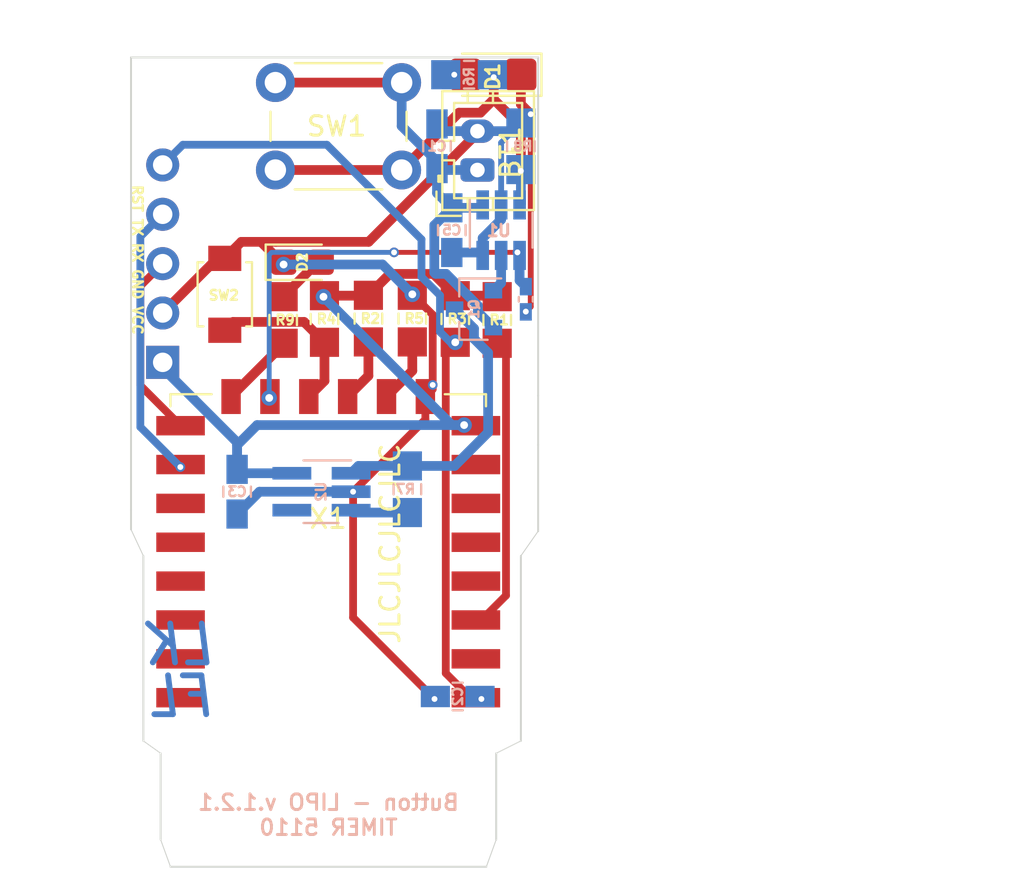
<source format=kicad_pcb>
(kicad_pcb (version 20171130) (host pcbnew "(5.1.9)-1")

  (general
    (thickness 1.6)
    (drawings 25)
    (tracks 150)
    (zones 0)
    (modules 24)
    (nets 19)
  )

  (page A4)
  (layers
    (0 F.Cu signal hide)
    (31 B.Cu signal hide)
    (32 B.Adhes user)
    (33 F.Adhes user)
    (34 B.Paste user)
    (35 F.Paste user)
    (36 B.SilkS user)
    (37 F.SilkS user)
    (38 B.Mask user)
    (39 F.Mask user)
    (40 Dwgs.User user)
    (41 Cmts.User user)
    (42 Eco1.User user)
    (43 Eco2.User user)
    (44 Edge.Cuts user)
    (45 Margin user)
    (46 B.CrtYd user hide)
    (47 F.CrtYd user hide)
    (48 B.Fab user hide)
    (49 F.Fab user)
  )

  (setup
    (last_trace_width 0.25)
    (user_trace_width 0.3)
    (user_trace_width 0.4)
    (user_trace_width 0.5)
    (trace_clearance 0.1)
    (zone_clearance 0.508)
    (zone_45_only no)
    (trace_min 0.2)
    (via_size 0.8)
    (via_drill 0.4)
    (via_min_size 0.4)
    (via_min_drill 0.3)
    (user_via 0.5 0.3)
    (uvia_size 0.3)
    (uvia_drill 0.1)
    (uvias_allowed no)
    (uvia_min_size 0.2)
    (uvia_min_drill 0.1)
    (edge_width 0.05)
    (segment_width 0.2)
    (pcb_text_width 0.3)
    (pcb_text_size 1.5 1.5)
    (mod_edge_width 0.12)
    (mod_text_size 1 1)
    (mod_text_width 0.15)
    (pad_size 1.524 1.524)
    (pad_drill 0.762)
    (pad_to_mask_clearance 0.051)
    (solder_mask_min_width 0.25)
    (aux_axis_origin 0 0)
    (visible_elements 7FFFFFFF)
    (pcbplotparams
      (layerselection 0x010fc_ffffffff)
      (usegerberextensions false)
      (usegerberattributes false)
      (usegerberadvancedattributes true)
      (creategerberjobfile false)
      (excludeedgelayer true)
      (linewidth 0.150000)
      (plotframeref false)
      (viasonmask false)
      (mode 1)
      (useauxorigin true)
      (hpglpennumber 1)
      (hpglpenspeed 20)
      (hpglpendiameter 15.000000)
      (psnegative false)
      (psa4output false)
      (plotreference true)
      (plotvalue true)
      (plotinvisibletext false)
      (padsonsilk false)
      (subtractmaskfromsilk false)
      (outputformat 1)
      (mirror false)
      (drillshape 0)
      (scaleselection 1)
      (outputdirectory "Gerber/"))
  )

  (net 0 "")
  (net 1 /VCC)
  (net 2 /GND)
  (net 3 /RST)
  (net 4 /RX)
  (net 5 /TX)
  (net 6 /EN)
  (net 7 /GPIO2)
  (net 8 /GPIO0)
  (net 9 "Net-(BT1-Pad1)")
  (net 10 /GPIO15)
  (net 11 "Net-(R7-Pad2)")
  (net 12 /GPIO4)
  (net 13 "Net-(D2-Pad2)")
  (net 14 /GPIO5)
  (net 15 "Net-(D1-Pad2)")
  (net 16 "Net-(R6-Pad2)")
  (net 17 "Net-(Q1-Pad3)")
  (net 18 "Net-(Q1-Pad1)")

  (net_class Default "This is the default net class."
    (clearance 0.1)
    (trace_width 0.25)
    (via_dia 0.8)
    (via_drill 0.4)
    (uvia_dia 0.3)
    (uvia_drill 0.1)
    (add_net /EN)
    (add_net /GND)
    (add_net /GPIO0)
    (add_net /GPIO15)
    (add_net /GPIO2)
    (add_net /GPIO4)
    (add_net /GPIO5)
    (add_net /RST)
    (add_net /RX)
    (add_net /TX)
    (add_net /VCC)
    (add_net "Net-(BT1-Pad1)")
    (add_net "Net-(D1-Pad2)")
    (add_net "Net-(D2-Pad2)")
    (add_net "Net-(Q1-Pad1)")
    (add_net "Net-(Q1-Pad3)")
    (add_net "Net-(R6-Pad2)")
    (add_net "Net-(R7-Pad2)")
  )

  (module handsolder:SOT-23_mod (layer B.Cu) (tedit 603592F3) (tstamp 603506EE)
    (at 133.223 73.66 180)
    (descr "SOT-23, Standard")
    (tags SOT-23)
    (path /6036ABC4)
    (attr smd)
    (fp_text reference Q1 (at 0 0 270) (layer B.SilkS)
      (effects (font (size 0.5 0.5) (thickness 0.125)) (justify mirror))
    )
    (fp_text value TSM2301ACX (at 0 -2.5) (layer B.Fab)
      (effects (font (size 1 1) (thickness 0.15)) (justify mirror))
    )
    (fp_text user %R (at 0 0 270) (layer B.Fab)
      (effects (font (size 0.5 0.5) (thickness 0.075)) (justify mirror))
    )
    (fp_line (start 0.76 -1.58) (end -0.7 -1.58) (layer B.SilkS) (width 0.12))
    (fp_line (start 0.76 1.58) (end -1.4 1.58) (layer B.SilkS) (width 0.12))
    (fp_line (start -1.7 -1.75) (end -1.7 1.75) (layer B.CrtYd) (width 0.05))
    (fp_line (start 1.7 -1.75) (end -1.7 -1.75) (layer B.CrtYd) (width 0.05))
    (fp_line (start 1.7 1.75) (end 1.7 -1.75) (layer B.CrtYd) (width 0.05))
    (fp_line (start -1.7 1.75) (end 1.7 1.75) (layer B.CrtYd) (width 0.05))
    (fp_line (start 0.76 1.58) (end 0.76 0.65) (layer B.SilkS) (width 0.12))
    (fp_line (start 0.76 -1.58) (end 0.76 -0.65) (layer B.SilkS) (width 0.12))
    (fp_line (start -0.7 -1.52) (end 0.7 -1.52) (layer B.Fab) (width 0.1))
    (fp_line (start 0.7 1.52) (end 0.7 -1.52) (layer B.Fab) (width 0.1))
    (fp_line (start -0.7 0.95) (end -0.15 1.52) (layer B.Fab) (width 0.1))
    (fp_line (start -0.15 1.52) (end 0.7 1.52) (layer B.Fab) (width 0.1))
    (fp_line (start -0.7 0.95) (end -0.7 -1.5) (layer B.Fab) (width 0.1))
    (pad 3 smd rect (at 1 0 180) (size 0.9 0.8) (layers B.Cu B.Paste B.Mask)
      (net 17 "Net-(Q1-Pad3)"))
    (pad 2 smd rect (at -1 -0.95 180) (size 0.9 0.8) (layers B.Cu B.Paste B.Mask)
      (net 9 "Net-(BT1-Pad1)"))
    (pad 1 smd rect (at -1 0.95 180) (size 0.9 0.8) (layers B.Cu B.Paste B.Mask)
      (net 18 "Net-(Q1-Pad1)"))
    (model ${KISYS3DMOD}/Package_TO_SOT_SMD.3dshapes/SOT-23.wrl
      (at (xyz 0 0 0))
      (scale (xyz 1 1 1))
      (rotate (xyz 0 0 0))
    )
  )

  (module handsolder:LED_0805_2012Metric_Castellated_mod (layer F.Cu) (tedit 60359125) (tstamp 6032680B)
    (at 124.3865 71.247)
    (descr "LED SMD 0805 (2012 Metric), castellated end terminal, IPC_7351 nominal, (Body size source: https://docs.google.com/spreadsheets/d/1BsfQQcO9C6DZCsRaXUlFlo91Tg2WpOkGARC1WS5S8t0/edit?usp=sharing), generated with kicad-footprint-generator")
    (tags "LED castellated")
    (path /6032747F)
    (attr smd)
    (fp_text reference D2 (at 0 0 90) (layer F.SilkS)
      (effects (font (size 0.5 0.5) (thickness 0.125)))
    )
    (fp_text value LED (at 0 1.6 -180) (layer F.Fab)
      (effects (font (size 1 1) (thickness 0.15)))
    )
    (fp_text user %R (at 0 0 -180) (layer F.Fab)
      (effects (font (size 0.5 0.5) (thickness 0.08)))
    )
    (fp_line (start 1.88 0.9) (end -1.88 0.9) (layer F.CrtYd) (width 0.05))
    (fp_line (start 1.88 -0.9) (end 1.88 0.9) (layer F.CrtYd) (width 0.05))
    (fp_line (start -1.88 -0.9) (end 1.88 -0.9) (layer F.CrtYd) (width 0.05))
    (fp_line (start -1.88 0.9) (end -1.88 -0.9) (layer F.CrtYd) (width 0.05))
    (fp_line (start -1.885 0.91) (end 1 0.91) (layer F.SilkS) (width 0.12))
    (fp_line (start -1.885 -0.91) (end -1.885 0.91) (layer F.SilkS) (width 0.12))
    (fp_line (start 1 -0.91) (end -1.885 -0.91) (layer F.SilkS) (width 0.12))
    (fp_line (start 1 0.6) (end 1 -0.6) (layer F.Fab) (width 0.1))
    (fp_line (start -1 0.6) (end 1 0.6) (layer F.Fab) (width 0.1))
    (fp_line (start -1 -0.3) (end -1 0.6) (layer F.Fab) (width 0.1))
    (fp_line (start -0.7 -0.6) (end -1 -0.3) (layer F.Fab) (width 0.1))
    (fp_line (start 1 -0.6) (end -0.7 -0.6) (layer F.Fab) (width 0.1))
    (pad 2 smd roundrect (at 0.9625 0) (size 1.325 1.3) (layers F.Cu F.Paste F.Mask) (roundrect_rratio 0.1923076923076923)
      (net 13 "Net-(D2-Pad2)"))
    (pad 1 smd roundrect (at -0.9625 0) (size 1.325 1.3) (layers F.Cu F.Paste F.Mask) (roundrect_rratio 0.1923076923076923)
      (net 2 /GND))
    (model ${KISYS3DMOD}/LED_SMD.3dshapes/LED_0805_2012Metric_Castellated.wrl
      (at (xyz 0 0 0))
      (scale (xyz 1 1 1))
      (rotate (xyz 0 0 0))
    )
  )

  (module handsolder:C_0805_2012handsodermod (layer B.Cu) (tedit 603591CC) (tstamp 603267E5)
    (at 121.031 83.058 90)
    (descr "Capacitor SMD 0805 (2012 Metric), square (rectangular) end terminal, IPC_7351 nominal with elongated pad for handsoldering. (Body size source: https://docs.google.com/spreadsheets/d/1BsfQQcO9C6DZCsRaXUlFlo91Tg2WpOkGARC1WS5S8t0/edit?usp=sharing), generated with kicad-footprint-generator")
    (tags "capacitor handsolder")
    (path /602E3D4A)
    (attr smd)
    (fp_text reference C3 (at 0 0 180) (layer B.SilkS)
      (effects (font (size 0.5 0.5) (thickness 0.125)) (justify mirror))
    )
    (fp_text value 10uF (at 0 -1.65 90) (layer B.Fab) hide
      (effects (font (size 1 1) (thickness 0.15)) (justify mirror))
    )
    (fp_text user %R (at 0 0 90) (layer B.Fab)
      (effects (font (size 0.5 0.5) (thickness 0.08)) (justify mirror))
    )
    (fp_line (start 2.05 -0.95) (end -2 -0.95) (layer B.CrtYd) (width 0.05))
    (fp_line (start 2.05 0.95) (end 2.05 -0.95) (layer B.CrtYd) (width 0.05))
    (fp_line (start -2 0.95) (end 2.05 0.95) (layer B.CrtYd) (width 0.05))
    (fp_line (start -2 -0.95) (end -2 0.95) (layer B.CrtYd) (width 0.05))
    (fp_line (start -0.261252 -0.71) (end 0.261252 -0.71) (layer B.SilkS) (width 0.12))
    (fp_line (start -0.261252 0.71) (end 0.261252 0.71) (layer B.SilkS) (width 0.12))
    (fp_line (start 1 -0.6) (end -1 -0.6) (layer B.Fab) (width 0.1))
    (fp_line (start 1 0.6) (end 1 -0.6) (layer B.Fab) (width 0.1))
    (fp_line (start -1 0.6) (end 1 0.6) (layer B.Fab) (width 0.1))
    (fp_line (start -1 -0.6) (end -1 0.6) (layer B.Fab) (width 0.1))
    (pad 2 smd rect (at 1.15 0 90) (size 1.5 1.1) (layers B.Cu B.Paste B.Mask)
      (net 1 /VCC))
    (pad 1 smd rect (at -1.15 0 90) (size 1.5 1.1) (layers B.Cu B.Paste B.Mask)
      (net 2 /GND))
    (model ${KISYS3DMOD}/Capacitor_SMD.3dshapes/C_0805_2012Metric.wrl
      (at (xyz 0 0 0))
      (scale (xyz 1 1 1))
      (rotate (xyz 0 0 0))
    )
  )

  (module handsolder:C_0805_2012handsodermod (layer B.Cu) (tedit 603591CC) (tstamp 6035066D)
    (at 132.08 69.596 90)
    (descr "Capacitor SMD 0805 (2012 Metric), square (rectangular) end terminal, IPC_7351 nominal with elongated pad for handsoldering. (Body size source: https://docs.google.com/spreadsheets/d/1BsfQQcO9C6DZCsRaXUlFlo91Tg2WpOkGARC1WS5S8t0/edit?usp=sharing), generated with kicad-footprint-generator")
    (tags "capacitor handsolder")
    (path /60375EFB)
    (attr smd)
    (fp_text reference C5 (at 0 0 180) (layer B.SilkS)
      (effects (font (size 0.5 0.5) (thickness 0.125)) (justify mirror))
    )
    (fp_text value 100nF (at 0 -1.65 90) (layer B.Fab) hide
      (effects (font (size 1 1) (thickness 0.15)) (justify mirror))
    )
    (fp_text user %R (at 0 0 90) (layer B.Fab)
      (effects (font (size 0.5 0.5) (thickness 0.08)) (justify mirror))
    )
    (fp_line (start 2.05 -0.95) (end -2 -0.95) (layer B.CrtYd) (width 0.05))
    (fp_line (start 2.05 0.95) (end 2.05 -0.95) (layer B.CrtYd) (width 0.05))
    (fp_line (start -2 0.95) (end 2.05 0.95) (layer B.CrtYd) (width 0.05))
    (fp_line (start -2 -0.95) (end -2 0.95) (layer B.CrtYd) (width 0.05))
    (fp_line (start -0.261252 -0.71) (end 0.261252 -0.71) (layer B.SilkS) (width 0.12))
    (fp_line (start -0.261252 0.71) (end 0.261252 0.71) (layer B.SilkS) (width 0.12))
    (fp_line (start 1 -0.6) (end -1 -0.6) (layer B.Fab) (width 0.1))
    (fp_line (start 1 0.6) (end 1 -0.6) (layer B.Fab) (width 0.1))
    (fp_line (start -1 0.6) (end 1 0.6) (layer B.Fab) (width 0.1))
    (fp_line (start -1 -0.6) (end -1 0.6) (layer B.Fab) (width 0.1))
    (pad 2 smd rect (at 1.15 0 90) (size 1.5 1.1) (layers B.Cu B.Paste B.Mask)
      (net 9 "Net-(BT1-Pad1)"))
    (pad 1 smd rect (at -1.15 0 90) (size 1.5 1.1) (layers B.Cu B.Paste B.Mask)
      (net 2 /GND))
    (model ${KISYS3DMOD}/Capacitor_SMD.3dshapes/C_0805_2012Metric.wrl
      (at (xyz 0 0 0))
      (scale (xyz 1 1 1))
      (rotate (xyz 0 0 0))
    )
  )

  (module handsolder:C_0805_2012handsodermod (layer B.Cu) (tedit 603591CC) (tstamp 603267C3)
    (at 131.318 65.278 270)
    (descr "Capacitor SMD 0805 (2012 Metric), square (rectangular) end terminal, IPC_7351 nominal with elongated pad for handsoldering. (Body size source: https://docs.google.com/spreadsheets/d/1BsfQQcO9C6DZCsRaXUlFlo91Tg2WpOkGARC1WS5S8t0/edit?usp=sharing), generated with kicad-footprint-generator")
    (tags "capacitor handsolder")
    (path /602D0C1F)
    (attr smd)
    (fp_text reference C1 (at 0 0 180) (layer B.SilkS)
      (effects (font (size 0.5 0.5) (thickness 0.125)) (justify mirror))
    )
    (fp_text value 10uF (at 0 -1.65 90) (layer B.Fab) hide
      (effects (font (size 1 1) (thickness 0.15)) (justify mirror))
    )
    (fp_text user %R (at 0 0 90) (layer B.Fab)
      (effects (font (size 0.5 0.5) (thickness 0.08)) (justify mirror))
    )
    (fp_line (start 2.05 -0.95) (end -2 -0.95) (layer B.CrtYd) (width 0.05))
    (fp_line (start 2.05 0.95) (end 2.05 -0.95) (layer B.CrtYd) (width 0.05))
    (fp_line (start -2 0.95) (end 2.05 0.95) (layer B.CrtYd) (width 0.05))
    (fp_line (start -2 -0.95) (end -2 0.95) (layer B.CrtYd) (width 0.05))
    (fp_line (start -0.261252 -0.71) (end 0.261252 -0.71) (layer B.SilkS) (width 0.12))
    (fp_line (start -0.261252 0.71) (end 0.261252 0.71) (layer B.SilkS) (width 0.12))
    (fp_line (start 1 -0.6) (end -1 -0.6) (layer B.Fab) (width 0.1))
    (fp_line (start 1 0.6) (end 1 -0.6) (layer B.Fab) (width 0.1))
    (fp_line (start -1 0.6) (end 1 0.6) (layer B.Fab) (width 0.1))
    (fp_line (start -1 -0.6) (end -1 0.6) (layer B.Fab) (width 0.1))
    (pad 2 smd rect (at 1.15 0 270) (size 1.5 1.1) (layers B.Cu B.Paste B.Mask)
      (net 9 "Net-(BT1-Pad1)"))
    (pad 1 smd rect (at -1.15 0 270) (size 1.5 1.1) (layers B.Cu B.Paste B.Mask)
      (net 2 /GND))
    (model ${KISYS3DMOD}/Capacitor_SMD.3dshapes/C_0805_2012Metric.wrl
      (at (xyz 0 0 0))
      (scale (xyz 1 1 1))
      (rotate (xyz 0 0 0))
    )
  )

  (module handsolder:C_0805_2012handsodermod (layer B.Cu) (tedit 603591CC) (tstamp 603267D4)
    (at 132.3848 93.599)
    (descr "Capacitor SMD 0805 (2012 Metric), square (rectangular) end terminal, IPC_7351 nominal with elongated pad for handsoldering. (Body size source: https://docs.google.com/spreadsheets/d/1BsfQQcO9C6DZCsRaXUlFlo91Tg2WpOkGARC1WS5S8t0/edit?usp=sharing), generated with kicad-footprint-generator")
    (tags "capacitor handsolder")
    (path /602C896A)
    (attr smd)
    (fp_text reference C2 (at 0 0 -90) (layer B.SilkS)
      (effects (font (size 0.5 0.5) (thickness 0.125)) (justify mirror))
    )
    (fp_text value 100nF (at 0 -1.65) (layer B.Fab) hide
      (effects (font (size 1 1) (thickness 0.15)) (justify mirror))
    )
    (fp_text user %R (at 0 0) (layer B.Fab)
      (effects (font (size 0.5 0.5) (thickness 0.08)) (justify mirror))
    )
    (fp_line (start 2.05 -0.95) (end -2 -0.95) (layer B.CrtYd) (width 0.05))
    (fp_line (start 2.05 0.95) (end 2.05 -0.95) (layer B.CrtYd) (width 0.05))
    (fp_line (start -2 0.95) (end 2.05 0.95) (layer B.CrtYd) (width 0.05))
    (fp_line (start -2 -0.95) (end -2 0.95) (layer B.CrtYd) (width 0.05))
    (fp_line (start -0.261252 -0.71) (end 0.261252 -0.71) (layer B.SilkS) (width 0.12))
    (fp_line (start -0.261252 0.71) (end 0.261252 0.71) (layer B.SilkS) (width 0.12))
    (fp_line (start 1 -0.6) (end -1 -0.6) (layer B.Fab) (width 0.1))
    (fp_line (start 1 0.6) (end 1 -0.6) (layer B.Fab) (width 0.1))
    (fp_line (start -1 0.6) (end 1 0.6) (layer B.Fab) (width 0.1))
    (fp_line (start -1 -0.6) (end -1 0.6) (layer B.Fab) (width 0.1))
    (pad 2 smd rect (at 1.15 0) (size 1.5 1.1) (layers B.Cu B.Paste B.Mask)
      (net 3 /RST))
    (pad 1 smd rect (at -1.15 0) (size 1.5 1.1) (layers B.Cu B.Paste B.Mask)
      (net 2 /GND))
    (model ${KISYS3DMOD}/Capacitor_SMD.3dshapes/C_0805_2012Metric.wrl
      (at (xyz 0 0 0))
      (scale (xyz 1 1 1))
      (rotate (xyz 0 0 0))
    )
  )

  (module handsolder:R_0805_2012handsoldermod (layer F.Cu) (tedit 60358F22) (tstamp 603268F2)
    (at 123.4 74.2188 270)
    (descr "Resistor SMD 0805 (2012 Metric), square (rectangular) end terminal, IPC_7351 nominal with elongated pad for handsoldering. (Body size source: https://docs.google.com/spreadsheets/d/1BsfQQcO9C6DZCsRaXUlFlo91Tg2WpOkGARC1WS5S8t0/edit?usp=sharing), generated with kicad-footprint-generator")
    (tags "resistor handsolder")
    (path /60325E7B)
    (attr smd)
    (fp_text reference R9 (at 0 -0.1) (layer F.SilkS)
      (effects (font (size 0.5 0.5) (thickness 0.125)))
    )
    (fp_text value 1k (at 0 1.65 90) (layer F.Fab) hide
      (effects (font (size 1 1) (thickness 0.15)))
    )
    (fp_text user %R (at 0 0 90) (layer F.Fab)
      (effects (font (size 0.5 0.5) (thickness 0.08)))
    )
    (fp_line (start 2.05 0.95) (end -2.05 0.95) (layer F.CrtYd) (width 0.05))
    (fp_line (start 2.05 -0.95) (end 2.05 0.95) (layer F.CrtYd) (width 0.05))
    (fp_line (start -2.05 -0.95) (end 2.05 -0.95) (layer F.CrtYd) (width 0.05))
    (fp_line (start -2.05 0.95) (end -2.05 -0.95) (layer F.CrtYd) (width 0.05))
    (fp_line (start -0.261252 0.71) (end 0.261252 0.71) (layer F.SilkS) (width 0.12))
    (fp_line (start -0.261252 -0.71) (end 0.261252 -0.71) (layer F.SilkS) (width 0.12))
    (fp_line (start 1 0.6) (end -1 0.6) (layer F.Fab) (width 0.1))
    (fp_line (start 1 -0.6) (end 1 0.6) (layer F.Fab) (width 0.1))
    (fp_line (start -1 -0.6) (end 1 -0.6) (layer F.Fab) (width 0.1))
    (fp_line (start -1 0.6) (end -1 -0.6) (layer F.Fab) (width 0.1))
    (pad 2 smd rect (at 1.2 0 270) (size 1.5 1.5) (layers F.Cu F.Paste F.Mask)
      (net 14 /GPIO5))
    (pad 1 smd rect (at -1.2 0 270) (size 1.5 1.5) (layers F.Cu F.Paste F.Mask)
      (net 13 "Net-(D2-Pad2)"))
    (model ${KISYS3DMOD}/Resistor_SMD.3dshapes/R_0805_2012Metric.wrl
      (at (xyz 0 0 0))
      (scale (xyz 1 1 1))
      (rotate (xyz 0 0 0))
    )
  )

  (module handsolder:R_0805_2012handsoldermod (layer B.Cu) (tedit 60358F22) (tstamp 603507BF)
    (at 129.794 82.931 270)
    (descr "Resistor SMD 0805 (2012 Metric), square (rectangular) end terminal, IPC_7351 nominal with elongated pad for handsoldering. (Body size source: https://docs.google.com/spreadsheets/d/1BsfQQcO9C6DZCsRaXUlFlo91Tg2WpOkGARC1WS5S8t0/edit?usp=sharing), generated with kicad-footprint-generator")
    (tags "resistor handsolder")
    (path /60373816)
    (attr smd)
    (fp_text reference R7 (at 0 0.1 180) (layer B.SilkS)
      (effects (font (size 0.5 0.5) (thickness 0.125)) (justify mirror))
    )
    (fp_text value 100k (at 0 -1.65 90) (layer B.Fab) hide
      (effects (font (size 1 1) (thickness 0.15)) (justify mirror))
    )
    (fp_text user %R (at 0 0 90) (layer B.Fab)
      (effects (font (size 0.5 0.5) (thickness 0.08)) (justify mirror))
    )
    (fp_line (start 2.05 -0.95) (end -2.05 -0.95) (layer B.CrtYd) (width 0.05))
    (fp_line (start 2.05 0.95) (end 2.05 -0.95) (layer B.CrtYd) (width 0.05))
    (fp_line (start -2.05 0.95) (end 2.05 0.95) (layer B.CrtYd) (width 0.05))
    (fp_line (start -2.05 -0.95) (end -2.05 0.95) (layer B.CrtYd) (width 0.05))
    (fp_line (start -0.261252 -0.71) (end 0.261252 -0.71) (layer B.SilkS) (width 0.12))
    (fp_line (start -0.261252 0.71) (end 0.261252 0.71) (layer B.SilkS) (width 0.12))
    (fp_line (start 1 -0.6) (end -1 -0.6) (layer B.Fab) (width 0.1))
    (fp_line (start 1 0.6) (end 1 -0.6) (layer B.Fab) (width 0.1))
    (fp_line (start -1 0.6) (end 1 0.6) (layer B.Fab) (width 0.1))
    (fp_line (start -1 -0.6) (end -1 0.6) (layer B.Fab) (width 0.1))
    (pad 2 smd rect (at 1.2 0 270) (size 1.5 1.5) (layers B.Cu B.Paste B.Mask)
      (net 11 "Net-(R7-Pad2)"))
    (pad 1 smd rect (at -1.2 0 270) (size 1.5 1.5) (layers B.Cu B.Paste B.Mask)
      (net 17 "Net-(Q1-Pad3)"))
    (model ${KISYS3DMOD}/Resistor_SMD.3dshapes/R_0805_2012Metric.wrl
      (at (xyz 0 0 0))
      (scale (xyz 1 1 1))
      (rotate (xyz 0 0 0))
    )
  )

  (module handsolder:R_0805_2012handsoldermod (layer B.Cu) (tedit 60358F22) (tstamp 603268E1)
    (at 135.636 65.278 90)
    (descr "Resistor SMD 0805 (2012 Metric), square (rectangular) end terminal, IPC_7351 nominal with elongated pad for handsoldering. (Body size source: https://docs.google.com/spreadsheets/d/1BsfQQcO9C6DZCsRaXUlFlo91Tg2WpOkGARC1WS5S8t0/edit?usp=sharing), generated with kicad-footprint-generator")
    (tags "resistor handsolder")
    (path /6031EA78)
    (attr smd)
    (fp_text reference R8 (at 0 0.1 180) (layer B.SilkS)
      (effects (font (size 0.5 0.5) (thickness 0.125)) (justify mirror))
    )
    (fp_text value 10k (at 0 -1.65 90) (layer B.Fab) hide
      (effects (font (size 1 1) (thickness 0.15)) (justify mirror))
    )
    (fp_text user %R (at 0 0 90) (layer B.Fab)
      (effects (font (size 0.5 0.5) (thickness 0.08)) (justify mirror))
    )
    (fp_line (start 2.05 -0.95) (end -2.05 -0.95) (layer B.CrtYd) (width 0.05))
    (fp_line (start 2.05 0.95) (end 2.05 -0.95) (layer B.CrtYd) (width 0.05))
    (fp_line (start -2.05 0.95) (end 2.05 0.95) (layer B.CrtYd) (width 0.05))
    (fp_line (start -2.05 -0.95) (end -2.05 0.95) (layer B.CrtYd) (width 0.05))
    (fp_line (start -0.261252 -0.71) (end 0.261252 -0.71) (layer B.SilkS) (width 0.12))
    (fp_line (start -0.261252 0.71) (end 0.261252 0.71) (layer B.SilkS) (width 0.12))
    (fp_line (start 1 -0.6) (end -1 -0.6) (layer B.Fab) (width 0.1))
    (fp_line (start 1 0.6) (end 1 -0.6) (layer B.Fab) (width 0.1))
    (fp_line (start -1 0.6) (end 1 0.6) (layer B.Fab) (width 0.1))
    (fp_line (start -1 -0.6) (end -1 0.6) (layer B.Fab) (width 0.1))
    (pad 2 smd rect (at 1.2 0 90) (size 1.5 1.5) (layers B.Cu B.Paste B.Mask)
      (net 2 /GND))
    (pad 1 smd rect (at -1.2 0 90) (size 1.5 1.5) (layers B.Cu B.Paste B.Mask)
      (net 16 "Net-(R6-Pad2)"))
    (model ${KISYS3DMOD}/Resistor_SMD.3dshapes/R_0805_2012Metric.wrl
      (at (xyz 0 0 0))
      (scale (xyz 1 1 1))
      (rotate (xyz 0 0 0))
    )
  )

  (module handsolder:R_0805_2012handsoldermod (layer B.Cu) (tedit 60358F22) (tstamp 603268BF)
    (at 132.969 61.595)
    (descr "Resistor SMD 0805 (2012 Metric), square (rectangular) end terminal, IPC_7351 nominal with elongated pad for handsoldering. (Body size source: https://docs.google.com/spreadsheets/d/1BsfQQcO9C6DZCsRaXUlFlo91Tg2WpOkGARC1WS5S8t0/edit?usp=sharing), generated with kicad-footprint-generator")
    (tags "resistor handsolder")
    (path /602D454A)
    (attr smd)
    (fp_text reference R6 (at 0 0.1 -90) (layer B.SilkS)
      (effects (font (size 0.5 0.5) (thickness 0.125)) (justify mirror))
    )
    (fp_text value 1k (at 0 -1.65) (layer B.Fab) hide
      (effects (font (size 1 1) (thickness 0.15)) (justify mirror))
    )
    (fp_text user %R (at 0 0) (layer B.Fab)
      (effects (font (size 0.5 0.5) (thickness 0.08)) (justify mirror))
    )
    (fp_line (start 2.05 -0.95) (end -2.05 -0.95) (layer B.CrtYd) (width 0.05))
    (fp_line (start 2.05 0.95) (end 2.05 -0.95) (layer B.CrtYd) (width 0.05))
    (fp_line (start -2.05 0.95) (end 2.05 0.95) (layer B.CrtYd) (width 0.05))
    (fp_line (start -2.05 -0.95) (end -2.05 0.95) (layer B.CrtYd) (width 0.05))
    (fp_line (start -0.261252 -0.71) (end 0.261252 -0.71) (layer B.SilkS) (width 0.12))
    (fp_line (start -0.261252 0.71) (end 0.261252 0.71) (layer B.SilkS) (width 0.12))
    (fp_line (start 1 -0.6) (end -1 -0.6) (layer B.Fab) (width 0.1))
    (fp_line (start 1 0.6) (end 1 -0.6) (layer B.Fab) (width 0.1))
    (fp_line (start -1 0.6) (end 1 0.6) (layer B.Fab) (width 0.1))
    (fp_line (start -1 -0.6) (end -1 0.6) (layer B.Fab) (width 0.1))
    (pad 2 smd rect (at 1.2 0) (size 1.5 1.5) (layers B.Cu B.Paste B.Mask)
      (net 16 "Net-(R6-Pad2)"))
    (pad 1 smd rect (at -1.2 0) (size 1.5 1.5) (layers B.Cu B.Paste B.Mask)
      (net 15 "Net-(D1-Pad2)"))
    (model ${KISYS3DMOD}/Resistor_SMD.3dshapes/R_0805_2012Metric.wrl
      (at (xyz 0 0 0))
      (scale (xyz 1 1 1))
      (rotate (xyz 0 0 0))
    )
  )

  (module handsolder:R_0805_2012handsoldermod (layer F.Cu) (tedit 60358F22) (tstamp 603268AE)
    (at 130.048 74.1488 270)
    (descr "Resistor SMD 0805 (2012 Metric), square (rectangular) end terminal, IPC_7351 nominal with elongated pad for handsoldering. (Body size source: https://docs.google.com/spreadsheets/d/1BsfQQcO9C6DZCsRaXUlFlo91Tg2WpOkGARC1WS5S8t0/edit?usp=sharing), generated with kicad-footprint-generator")
    (tags "resistor handsolder")
    (path /602CA91E)
    (attr smd)
    (fp_text reference R5 (at 0 -0.1) (layer F.SilkS)
      (effects (font (size 0.5 0.5) (thickness 0.125)))
    )
    (fp_text value 4.7k (at 0 1.65 90) (layer F.Fab) hide
      (effects (font (size 1 1) (thickness 0.15)))
    )
    (fp_text user %R (at 0 0 90) (layer F.Fab)
      (effects (font (size 0.5 0.5) (thickness 0.08)))
    )
    (fp_line (start 2.05 0.95) (end -2.05 0.95) (layer F.CrtYd) (width 0.05))
    (fp_line (start 2.05 -0.95) (end 2.05 0.95) (layer F.CrtYd) (width 0.05))
    (fp_line (start -2.05 -0.95) (end 2.05 -0.95) (layer F.CrtYd) (width 0.05))
    (fp_line (start -2.05 0.95) (end -2.05 -0.95) (layer F.CrtYd) (width 0.05))
    (fp_line (start -0.261252 0.71) (end 0.261252 0.71) (layer F.SilkS) (width 0.12))
    (fp_line (start -0.261252 -0.71) (end 0.261252 -0.71) (layer F.SilkS) (width 0.12))
    (fp_line (start 1 0.6) (end -1 0.6) (layer F.Fab) (width 0.1))
    (fp_line (start 1 -0.6) (end 1 0.6) (layer F.Fab) (width 0.1))
    (fp_line (start -1 -0.6) (end 1 -0.6) (layer F.Fab) (width 0.1))
    (fp_line (start -1 0.6) (end -1 -0.6) (layer F.Fab) (width 0.1))
    (pad 2 smd rect (at 1.2 0 270) (size 1.5 1.5) (layers F.Cu F.Paste F.Mask)
      (net 10 /GPIO15))
    (pad 1 smd rect (at -1.2 0 270) (size 1.5 1.5) (layers F.Cu F.Paste F.Mask)
      (net 2 /GND))
    (model ${KISYS3DMOD}/Resistor_SMD.3dshapes/R_0805_2012Metric.wrl
      (at (xyz 0 0 0))
      (scale (xyz 1 1 1))
      (rotate (xyz 0 0 0))
    )
  )

  (module handsolder:R_0805_2012handsoldermod (layer F.Cu) (tedit 60358F22) (tstamp 6032689D)
    (at 125.5268 74.168 270)
    (descr "Resistor SMD 0805 (2012 Metric), square (rectangular) end terminal, IPC_7351 nominal with elongated pad for handsoldering. (Body size source: https://docs.google.com/spreadsheets/d/1BsfQQcO9C6DZCsRaXUlFlo91Tg2WpOkGARC1WS5S8t0/edit?usp=sharing), generated with kicad-footprint-generator")
    (tags "resistor handsolder")
    (path /602CA541)
    (attr smd)
    (fp_text reference R4 (at 0 -0.1) (layer F.SilkS)
      (effects (font (size 0.5 0.5) (thickness 0.125)))
    )
    (fp_text value 10k (at 0 1.65 90) (layer F.Fab) hide
      (effects (font (size 1 1) (thickness 0.15)))
    )
    (fp_text user %R (at 0 0 90) (layer F.Fab)
      (effects (font (size 0.5 0.5) (thickness 0.08)))
    )
    (fp_line (start 2.05 0.95) (end -2.05 0.95) (layer F.CrtYd) (width 0.05))
    (fp_line (start 2.05 -0.95) (end 2.05 0.95) (layer F.CrtYd) (width 0.05))
    (fp_line (start -2.05 -0.95) (end 2.05 -0.95) (layer F.CrtYd) (width 0.05))
    (fp_line (start -2.05 0.95) (end -2.05 -0.95) (layer F.CrtYd) (width 0.05))
    (fp_line (start -0.261252 0.71) (end 0.261252 0.71) (layer F.SilkS) (width 0.12))
    (fp_line (start -0.261252 -0.71) (end 0.261252 -0.71) (layer F.SilkS) (width 0.12))
    (fp_line (start 1 0.6) (end -1 0.6) (layer F.Fab) (width 0.1))
    (fp_line (start 1 -0.6) (end 1 0.6) (layer F.Fab) (width 0.1))
    (fp_line (start -1 -0.6) (end 1 -0.6) (layer F.Fab) (width 0.1))
    (fp_line (start -1 0.6) (end -1 -0.6) (layer F.Fab) (width 0.1))
    (pad 2 smd rect (at 1.2 0 270) (size 1.5 1.5) (layers F.Cu F.Paste F.Mask)
      (net 8 /GPIO0))
    (pad 1 smd rect (at -1.2 0 270) (size 1.5 1.5) (layers F.Cu F.Paste F.Mask)
      (net 1 /VCC))
    (model ${KISYS3DMOD}/Resistor_SMD.3dshapes/R_0805_2012Metric.wrl
      (at (xyz 0 0 0))
      (scale (xyz 1 1 1))
      (rotate (xyz 0 0 0))
    )
  )

  (module handsolder:R_0805_2012handsoldermod (layer F.Cu) (tedit 60358F22) (tstamp 6032688C)
    (at 132.2578 74.168 270)
    (descr "Resistor SMD 0805 (2012 Metric), square (rectangular) end terminal, IPC_7351 nominal with elongated pad for handsoldering. (Body size source: https://docs.google.com/spreadsheets/d/1BsfQQcO9C6DZCsRaXUlFlo91Tg2WpOkGARC1WS5S8t0/edit?usp=sharing), generated with kicad-footprint-generator")
    (tags "resistor handsolder")
    (path /602C7954)
    (attr smd)
    (fp_text reference R3 (at 0 -0.1) (layer F.SilkS)
      (effects (font (size 0.5 0.5) (thickness 0.125)))
    )
    (fp_text value 10k (at 0 1.65 90) (layer F.Fab) hide
      (effects (font (size 1 1) (thickness 0.15)))
    )
    (fp_text user %R (at 0 0 90) (layer F.Fab)
      (effects (font (size 0.5 0.5) (thickness 0.08)))
    )
    (fp_line (start 2.05 0.95) (end -2.05 0.95) (layer F.CrtYd) (width 0.05))
    (fp_line (start 2.05 -0.95) (end 2.05 0.95) (layer F.CrtYd) (width 0.05))
    (fp_line (start -2.05 -0.95) (end 2.05 -0.95) (layer F.CrtYd) (width 0.05))
    (fp_line (start -2.05 0.95) (end -2.05 -0.95) (layer F.CrtYd) (width 0.05))
    (fp_line (start -0.261252 0.71) (end 0.261252 0.71) (layer F.SilkS) (width 0.12))
    (fp_line (start -0.261252 -0.71) (end 0.261252 -0.71) (layer F.SilkS) (width 0.12))
    (fp_line (start 1 0.6) (end -1 0.6) (layer F.Fab) (width 0.1))
    (fp_line (start 1 -0.6) (end 1 0.6) (layer F.Fab) (width 0.1))
    (fp_line (start -1 -0.6) (end 1 -0.6) (layer F.Fab) (width 0.1))
    (fp_line (start -1 0.6) (end -1 -0.6) (layer F.Fab) (width 0.1))
    (pad 2 smd rect (at 1.2 0 270) (size 1.5 1.5) (layers F.Cu F.Paste F.Mask)
      (net 3 /RST))
    (pad 1 smd rect (at -1.2 0 270) (size 1.5 1.5) (layers F.Cu F.Paste F.Mask)
      (net 1 /VCC))
    (model ${KISYS3DMOD}/Resistor_SMD.3dshapes/R_0805_2012Metric.wrl
      (at (xyz 0 0 0))
      (scale (xyz 1 1 1))
      (rotate (xyz 0 0 0))
    )
  )

  (module handsolder:R_0805_2012handsoldermod (layer F.Cu) (tedit 60358F22) (tstamp 6032687B)
    (at 127.7874 74.1488 270)
    (descr "Resistor SMD 0805 (2012 Metric), square (rectangular) end terminal, IPC_7351 nominal with elongated pad for handsoldering. (Body size source: https://docs.google.com/spreadsheets/d/1BsfQQcO9C6DZCsRaXUlFlo91Tg2WpOkGARC1WS5S8t0/edit?usp=sharing), generated with kicad-footprint-generator")
    (tags "resistor handsolder")
    (path /602CC605)
    (attr smd)
    (fp_text reference R2 (at 0 -0.1) (layer F.SilkS)
      (effects (font (size 0.5 0.5) (thickness 0.125)))
    )
    (fp_text value 10k (at 0 1.65 90) (layer F.Fab) hide
      (effects (font (size 1 1) (thickness 0.15)))
    )
    (fp_text user %R (at 0 0 90) (layer F.Fab)
      (effects (font (size 0.5 0.5) (thickness 0.08)))
    )
    (fp_line (start 2.05 0.95) (end -2.05 0.95) (layer F.CrtYd) (width 0.05))
    (fp_line (start 2.05 -0.95) (end 2.05 0.95) (layer F.CrtYd) (width 0.05))
    (fp_line (start -2.05 -0.95) (end 2.05 -0.95) (layer F.CrtYd) (width 0.05))
    (fp_line (start -2.05 0.95) (end -2.05 -0.95) (layer F.CrtYd) (width 0.05))
    (fp_line (start -0.261252 0.71) (end 0.261252 0.71) (layer F.SilkS) (width 0.12))
    (fp_line (start -0.261252 -0.71) (end 0.261252 -0.71) (layer F.SilkS) (width 0.12))
    (fp_line (start 1 0.6) (end -1 0.6) (layer F.Fab) (width 0.1))
    (fp_line (start 1 -0.6) (end 1 0.6) (layer F.Fab) (width 0.1))
    (fp_line (start -1 -0.6) (end 1 -0.6) (layer F.Fab) (width 0.1))
    (fp_line (start -1 0.6) (end -1 -0.6) (layer F.Fab) (width 0.1))
    (pad 2 smd rect (at 1.2 0 270) (size 1.5 1.5) (layers F.Cu F.Paste F.Mask)
      (net 7 /GPIO2))
    (pad 1 smd rect (at -1.2 0 270) (size 1.5 1.5) (layers F.Cu F.Paste F.Mask)
      (net 1 /VCC))
    (model ${KISYS3DMOD}/Resistor_SMD.3dshapes/R_0805_2012Metric.wrl
      (at (xyz 0 0 0))
      (scale (xyz 1 1 1))
      (rotate (xyz 0 0 0))
    )
  )

  (module handsolder:R_0805_2012handsoldermod (layer F.Cu) (tedit 60358F22) (tstamp 6032686A)
    (at 134.4168 74.2188 270)
    (descr "Resistor SMD 0805 (2012 Metric), square (rectangular) end terminal, IPC_7351 nominal with elongated pad for handsoldering. (Body size source: https://docs.google.com/spreadsheets/d/1BsfQQcO9C6DZCsRaXUlFlo91Tg2WpOkGARC1WS5S8t0/edit?usp=sharing), generated with kicad-footprint-generator")
    (tags "resistor handsolder")
    (path /602C727C)
    (attr smd)
    (fp_text reference R1 (at 0 -0.1) (layer F.SilkS)
      (effects (font (size 0.5 0.5) (thickness 0.125)))
    )
    (fp_text value 10k (at 0 1.65 90) (layer F.Fab) hide
      (effects (font (size 1 1) (thickness 0.15)))
    )
    (fp_text user %R (at 0 0 90) (layer F.Fab)
      (effects (font (size 0.5 0.5) (thickness 0.08)))
    )
    (fp_line (start 2.05 0.95) (end -2.05 0.95) (layer F.CrtYd) (width 0.05))
    (fp_line (start 2.05 -0.95) (end 2.05 0.95) (layer F.CrtYd) (width 0.05))
    (fp_line (start -2.05 -0.95) (end 2.05 -0.95) (layer F.CrtYd) (width 0.05))
    (fp_line (start -2.05 0.95) (end -2.05 -0.95) (layer F.CrtYd) (width 0.05))
    (fp_line (start -0.261252 0.71) (end 0.261252 0.71) (layer F.SilkS) (width 0.12))
    (fp_line (start -0.261252 -0.71) (end 0.261252 -0.71) (layer F.SilkS) (width 0.12))
    (fp_line (start 1 0.6) (end -1 0.6) (layer F.Fab) (width 0.1))
    (fp_line (start 1 -0.6) (end 1 0.6) (layer F.Fab) (width 0.1))
    (fp_line (start -1 -0.6) (end 1 -0.6) (layer F.Fab) (width 0.1))
    (fp_line (start -1 0.6) (end -1 -0.6) (layer F.Fab) (width 0.1))
    (pad 2 smd rect (at 1.2 0 270) (size 1.5 1.5) (layers F.Cu F.Paste F.Mask)
      (net 6 /EN))
    (pad 1 smd rect (at -1.2 0 270) (size 1.5 1.5) (layers F.Cu F.Paste F.Mask)
      (net 1 /VCC))
    (model ${KISYS3DMOD}/Resistor_SMD.3dshapes/R_0805_2012Metric.wrl
      (at (xyz 0 0 0))
      (scale (xyz 1 1 1))
      (rotate (xyz 0 0 0))
    )
  )

  (module handsolder:SOT-23-5_HandSolderingmod (layer B.Cu) (tedit 6035922E) (tstamp 60326955)
    (at 125.349 83.058 180)
    (descr "5-pin SOT23 package")
    (tags "SOT-23-5 hand-soldering")
    (path /602F5FBE)
    (attr smd)
    (fp_text reference U2 (at 0 0 270) (layer B.SilkS)
      (effects (font (size 0.5 0.5) (thickness 0.125)) (justify mirror))
    )
    (fp_text value AP2112K-3.3 (at 10.287 -1.143) (layer B.SilkS) hide
      (effects (font (size 1 1) (thickness 0.15)) (justify mirror))
    )
    (fp_text user %R (at 0 0 90) (layer B.Fab)
      (effects (font (size 0.5 0.5) (thickness 0.075)) (justify mirror))
    )
    (fp_line (start 2.38 -1.8) (end -2.38 -1.8) (layer B.CrtYd) (width 0.05))
    (fp_line (start 2.38 -1.8) (end 2.38 1.8) (layer B.CrtYd) (width 0.05))
    (fp_line (start -2.38 1.8) (end -2.38 -1.8) (layer B.CrtYd) (width 0.05))
    (fp_line (start -2.38 1.8) (end 2.38 1.8) (layer B.CrtYd) (width 0.05))
    (fp_line (start 0.9 1.55) (end 0.9 -1.55) (layer B.Fab) (width 0.1))
    (fp_line (start 0.9 -1.55) (end -0.9 -1.55) (layer B.Fab) (width 0.1))
    (fp_line (start -0.9 0.9) (end -0.9 -1.55) (layer B.Fab) (width 0.1))
    (fp_line (start 0.9 1.55) (end -0.25 1.55) (layer B.Fab) (width 0.1))
    (fp_line (start -0.9 0.9) (end -0.25 1.55) (layer B.Fab) (width 0.1))
    (fp_line (start 0.9 1.61) (end -1.55 1.61) (layer B.SilkS) (width 0.12))
    (fp_line (start -0.9 -1.61) (end 0.9 -1.61) (layer B.SilkS) (width 0.12))
    (pad 5 smd rect (at 1.5 0.95 180) (size 2 0.65) (layers B.Cu B.Paste B.Mask)
      (net 1 /VCC))
    (pad 4 smd rect (at 1.5 -0.95 180) (size 2 0.65) (layers B.Cu B.Paste B.Mask))
    (pad 3 smd rect (at -1.55 -0.95 180) (size 2 0.65) (layers B.Cu B.Paste B.Mask)
      (net 11 "Net-(R7-Pad2)"))
    (pad 2 smd trapezoid (at -1.55 0 180) (size 2 0.65) (layers B.Cu B.Paste B.Mask)
      (net 2 /GND))
    (pad 1 smd rect (at -1.55 0.95 180) (size 2 0.65) (layers B.Cu B.Paste B.Mask)
      (net 17 "Net-(Q1-Pad3)"))
    (model ${KISYS3DMOD}/Package_TO_SOT_SMD.3dshapes/SOT-23-5.wrl
      (at (xyz 0 0 0))
      (scale (xyz 1 1 1))
      (rotate (xyz 0 0 0))
    )
  )

  (module handsolder:SW_SPST_B3U-1000P_mod (layer F.Cu) (tedit 60353A91) (tstamp 6032692A)
    (at 120.396 72.898 90)
    (descr "Ultra-small-sized Tactile Switch with High Contact Reliability, Top-actuated Model, without Ground Terminal, without Boss")
    (tags "Tactile Switch")
    (path /602CDBD4)
    (attr smd)
    (fp_text reference SW2 (at -0.05 -0.05) (layer F.SilkS)
      (effects (font (size 0.5 0.5) (thickness 0.125)))
    )
    (fp_text value SW_Push (at 0 2.5 90) (layer F.Fab)
      (effects (font (size 1 1) (thickness 0.15)))
    )
    (fp_line (start -2.5 1.65) (end 2.5 1.65) (layer F.CrtYd) (width 0.05))
    (fp_line (start 2.5 1.65) (end 2.5 -1.65) (layer F.CrtYd) (width 0.05))
    (fp_line (start 2.5 -1.65) (end -2.5 -1.65) (layer F.CrtYd) (width 0.05))
    (fp_line (start -2.5 -1.65) (end -2.5 1.65) (layer F.CrtYd) (width 0.05))
    (fp_line (start -1.65 1.1) (end -1.65 1.4) (layer F.SilkS) (width 0.12))
    (fp_line (start -1.65 1.4) (end 1.65 1.4) (layer F.SilkS) (width 0.12))
    (fp_line (start 1.65 1.4) (end 1.65 1.1) (layer F.SilkS) (width 0.12))
    (fp_line (start -1.65 -1.1) (end -1.65 -1.4) (layer F.SilkS) (width 0.12))
    (fp_line (start -1.65 -1.4) (end 1.65 -1.4) (layer F.SilkS) (width 0.12))
    (fp_line (start 1.65 -1.4) (end 1.65 -1.1) (layer F.SilkS) (width 0.12))
    (fp_line (start -1.5 -1.25) (end 1.5 -1.25) (layer F.Fab) (width 0.1))
    (fp_line (start 1.5 -1.25) (end 1.5 1.25) (layer F.Fab) (width 0.1))
    (fp_line (start 1.5 1.25) (end -1.5 1.25) (layer F.Fab) (width 0.1))
    (fp_line (start -1.5 1.25) (end -1.5 -1.25) (layer F.Fab) (width 0.1))
    (fp_circle (center 0 0) (end 0.75 0) (layer F.Fab) (width 0.1))
    (fp_text user %R (at 0 -2.5 90) (layer F.Fab)
      (effects (font (size 1 1) (thickness 0.15)))
    )
    (pad 2 smd rect (at 1.85 0 90) (size 1.3 1.7) (layers F.Cu F.Paste F.Mask)
      (net 2 /GND))
    (pad 1 smd rect (at -1.85 0 90) (size 1.3 1.7) (layers F.Cu F.Paste F.Mask)
      (net 8 /GPIO0))
    (model ${KISYS3DMOD}/Button_Switch_SMD.3dshapes/SW_SPST_B3U-1000P.wrl
      (at (xyz 0 0 0))
      (scale (xyz 1 1 1))
      (rotate (xyz 0 0 0))
    )
  )

  (module handsolder:SW_PUSH_6mm_H8mm_mod (layer F.Cu) (tedit 60353762) (tstamp 60326911)
    (at 123 62)
    (descr "tactile push button, 6x6mm e.g. PHAP33xx series, height=8mm")
    (tags "tact sw push 6mm")
    (path /602CFCB7)
    (fp_text reference SW1 (at 3.15 2.25) (layer F.SilkS)
      (effects (font (size 1 1) (thickness 0.15)))
    )
    (fp_text value SW_Push (at 3.75 6.7) (layer F.Fab)
      (effects (font (size 1 1) (thickness 0.15)))
    )
    (fp_line (start 3.25 -0.75) (end 6.25 -0.75) (layer F.Fab) (width 0.1))
    (fp_line (start 6.25 -0.75) (end 6.25 5.25) (layer F.Fab) (width 0.1))
    (fp_line (start 6.25 5.25) (end 0.25 5.25) (layer F.Fab) (width 0.1))
    (fp_line (start 0.25 5.25) (end 0.25 -0.75) (layer F.Fab) (width 0.1))
    (fp_line (start 0.25 -0.75) (end 3.25 -0.75) (layer F.Fab) (width 0.1))
    (fp_line (start 7.75 6) (end 8 6) (layer F.CrtYd) (width 0.05))
    (fp_line (start 8 6) (end 8 5.75) (layer F.CrtYd) (width 0.05))
    (fp_line (start 7.75 -1.5) (end 8 -1.5) (layer F.CrtYd) (width 0.05))
    (fp_line (start 8 -1.5) (end 8 -1.25) (layer F.CrtYd) (width 0.05))
    (fp_line (start -1.5 -1.25) (end -1.5 -1.5) (layer F.CrtYd) (width 0.05))
    (fp_line (start -1.5 -1.5) (end -1.25 -1.5) (layer F.CrtYd) (width 0.05))
    (fp_line (start -1.5 5.75) (end -1.5 6) (layer F.CrtYd) (width 0.05))
    (fp_line (start -1.5 6) (end -1.25 6) (layer F.CrtYd) (width 0.05))
    (fp_line (start -1.25 -1.5) (end 7.75 -1.5) (layer F.CrtYd) (width 0.05))
    (fp_line (start -1.5 5.75) (end -1.5 -1.25) (layer F.CrtYd) (width 0.05))
    (fp_line (start 7.75 6) (end -1.25 6) (layer F.CrtYd) (width 0.05))
    (fp_line (start 8 -1.25) (end 8 5.75) (layer F.CrtYd) (width 0.05))
    (fp_line (start 1 5.5) (end 5.5 5.5) (layer F.SilkS) (width 0.12))
    (fp_line (start -0.25 1.5) (end -0.25 3) (layer F.SilkS) (width 0.12))
    (fp_line (start 5.5 -1) (end 1 -1) (layer F.SilkS) (width 0.12))
    (fp_line (start 6.75 3) (end 6.75 1.5) (layer F.SilkS) (width 0.12))
    (fp_circle (center 3.25 2.25) (end 1.25 2.5) (layer F.Fab) (width 0.1))
    (fp_text user %R (at 3.25 2.25) (layer F.Fab)
      (effects (font (size 1 1) (thickness 0.15)))
    )
    (pad 1 thru_hole circle (at 6.5 0 90) (size 2 2) (drill 1.1) (layers *.Cu *.Mask)
      (net 9 "Net-(BT1-Pad1)"))
    (pad 2 thru_hole circle (at 6.5 4.5 90) (size 2 2) (drill 1.1) (layers *.Cu *.Mask)
      (net 16 "Net-(R6-Pad2)"))
    (pad 1 thru_hole circle (at 0 0 90) (size 2 2) (drill 1.1) (layers *.Cu *.Mask)
      (net 9 "Net-(BT1-Pad1)"))
    (pad 2 thru_hole circle (at 0 4.5 90) (size 2 2) (drill 1.1) (layers *.Cu *.Mask)
      (net 16 "Net-(R6-Pad2)"))
    (model ${KISYS3DMOD}/Button_Switch_THT.3dshapes/SW_PUSH_6mm_H8mm.wrl
      (at (xyz 0 0 0))
      (scale (xyz 1 1 1))
      (rotate (xyz 0 0 0))
    )
  )

  (module handsolder:PinSocket_1x05_P2.54mm_Vertical_mod (layer F.Cu) (tedit 603537B0) (tstamp 60326824)
    (at 117.2 76.4 180)
    (descr "Through hole straight socket strip, 1x05, 2.54mm pitch, single row (from Kicad 4.0.7), script generated")
    (tags "Through hole socket strip THT 1x05 2.54mm single row")
    (path /60301345)
    (fp_text reference J1 (at 0 -2.77) (layer F.SilkS) hide
      (effects (font (size 1 1) (thickness 0.15)))
    )
    (fp_text value Conn_01x05_Female (at 0 12.93) (layer F.Fab)
      (effects (font (size 1 1) (thickness 0.15)))
    )
    (fp_line (start -1.27 -1.27) (end 0.635 -1.27) (layer F.Fab) (width 0.1))
    (fp_line (start 0.635 -1.27) (end 1.27 -0.635) (layer F.Fab) (width 0.1))
    (fp_line (start 1.27 -0.635) (end 1.27 11.43) (layer F.Fab) (width 0.1))
    (fp_line (start 1.27 11.43) (end -1.27 11.43) (layer F.Fab) (width 0.1))
    (fp_line (start -1.27 11.43) (end -1.27 -1.27) (layer F.Fab) (width 0.1))
    (fp_line (start -1.8 -1.8) (end 1.75 -1.8) (layer F.CrtYd) (width 0.05))
    (fp_line (start 1.75 -1.8) (end 1.75 11.9) (layer F.CrtYd) (width 0.05))
    (fp_line (start 1.75 11.9) (end -1.8 11.9) (layer F.CrtYd) (width 0.05))
    (fp_line (start -1.8 11.9) (end -1.8 -1.8) (layer F.CrtYd) (width 0.05))
    (fp_text user %R (at 0 5.08 90) (layer F.Fab)
      (effects (font (size 1 1) (thickness 0.15)))
    )
    (pad 5 thru_hole oval (at 0 10.16 180) (size 1.7 1.7) (drill 1) (layers *.Cu *.Mask)
      (net 3 /RST))
    (pad 4 thru_hole oval (at 0 7.62 180) (size 1.7 1.7) (drill 1) (layers *.Cu *.Mask)
      (net 5 /TX))
    (pad 3 thru_hole oval (at 0 5.08 180) (size 1.7 1.7) (drill 1) (layers *.Cu *.Mask)
      (net 4 /RX))
    (pad 2 thru_hole oval (at 0 2.54 180) (size 1.7 1.7) (drill 1) (layers *.Cu *.Mask)
      (net 2 /GND))
    (pad 1 thru_hole rect (at 0 0 180) (size 1.7 1.7) (drill 1) (layers *.Cu *.Mask)
      (net 1 /VCC))
    (model ${KISYS3DMOD}/Connector_PinSocket_2.54mm.3dshapes/PinSocket_1x05_P2.54mm_Vertical.wrl
      (at (xyz 0 0 0))
      (scale (xyz 1 1 1))
      (rotate (xyz 0 0 0))
    )
  )

  (module handsolder:ESP-12Elesssilk (layer F.Cu) (tedit 60343770) (tstamp 603269A6)
    (at 125.72 90.16 180)
    (descr "Wi-Fi Module, http://wiki.ai-thinker.com/_media/esp8266/docs/aithinker_esp_12f_datasheet_en.pdf")
    (tags "Wi-Fi Module")
    (path /602C0443)
    (attr smd)
    (fp_text reference X1 (at 0 5.715 180) (layer F.SilkS)
      (effects (font (size 1 1) (thickness 0.15)))
    )
    (fp_text value ESP-12E (at -0.06 -12.78 180) (layer F.Fab)
      (effects (font (size 1 1) (thickness 0.15)))
    )
    (fp_line (start -8 -12) (end 8 -12) (layer F.Fab) (width 0.12))
    (fp_line (start 8 -12) (end 8 12) (layer F.Fab) (width 0.12))
    (fp_line (start 8 12) (end -8 12) (layer F.Fab) (width 0.12))
    (fp_line (start -8 12) (end -8 -3) (layer F.Fab) (width 0.12))
    (fp_line (start -8 -3) (end -7.5 -3.5) (layer F.Fab) (width 0.12))
    (fp_line (start -7.5 -3.5) (end -8 -4) (layer F.Fab) (width 0.12))
    (fp_line (start -8 -4) (end -8 -12) (layer F.Fab) (width 0.12))
    (fp_line (start -9.05 -12.2) (end 9.05 -12.2) (layer F.CrtYd) (width 0.05))
    (fp_line (start 9.05 -12.2) (end 9.05 13.1) (layer F.CrtYd) (width 0.05))
    (fp_line (start 9.05 13.1) (end -9.05 13.1) (layer F.CrtYd) (width 0.05))
    (fp_line (start -9.05 13.1) (end -9.05 -12.2) (layer F.CrtYd) (width 0.05))
    (fp_line (start 8.12 11.5) (end 8.12 12.12) (layer F.SilkS) (width 0.12))
    (fp_line (start 8.12 12.12) (end 6 12.12) (layer F.SilkS) (width 0.12))
    (fp_line (start -6 12.12) (end -8.12 12.12) (layer F.SilkS) (width 0.12))
    (fp_line (start -8.12 12.12) (end -8.12 11.5) (layer F.SilkS) (width 0.12))
    (fp_line (start -8.12 -12.12) (end 8.12 -12.12) (layer Dwgs.User) (width 0.12))
    (fp_line (start 8.12 -12.12) (end 8.12 -4.8) (layer Dwgs.User) (width 0.12))
    (fp_line (start 8.12 -4.8) (end -8.12 -4.8) (layer Dwgs.User) (width 0.12))
    (fp_line (start -8.12 -4.8) (end -8.12 -12.12) (layer Dwgs.User) (width 0.12))
    (fp_line (start -8.12 -9.12) (end -5.12 -12.12) (layer Dwgs.User) (width 0.12))
    (fp_line (start -8.12 -6.12) (end -2.12 -12.12) (layer Dwgs.User) (width 0.12))
    (fp_line (start -6.44 -4.8) (end 0.88 -12.12) (layer Dwgs.User) (width 0.12))
    (fp_line (start -3.44 -4.8) (end 3.88 -12.12) (layer Dwgs.User) (width 0.12))
    (fp_line (start -0.44 -4.8) (end 6.88 -12.12) (layer Dwgs.User) (width 0.12))
    (fp_line (start 2.56 -4.8) (end 8.12 -10.36) (layer Dwgs.User) (width 0.12))
    (fp_line (start 5.56 -4.8) (end 8.12 -7.36) (layer Dwgs.User) (width 0.12))
    (fp_text user %R (at 0.49 -0.8 180) (layer F.Fab)
      (effects (font (size 1 1) (thickness 0.15)))
    )
    (fp_text user "KEEP-OUT ZONE" (at 0.03 -9.55) (layer Cmts.User)
      (effects (font (size 1 1) (thickness 0.15)))
    )
    (fp_text user Antenna (at -0.06 -7) (layer Cmts.User)
      (effects (font (size 1 1) (thickness 0.15)))
    )
    (pad 22 smd rect (at 7.6 -3.5 180) (size 2.5 1) (layers F.Cu F.Paste F.Mask))
    (pad 21 smd rect (at 7.6 -1.5 180) (size 2.5 1) (layers F.Cu F.Paste F.Mask))
    (pad 20 smd rect (at 7.6 0.5 180) (size 2.5 1) (layers F.Cu F.Paste F.Mask))
    (pad 19 smd rect (at 7.6 2.5 180) (size 2.5 1) (layers F.Cu F.Paste F.Mask))
    (pad 18 smd rect (at 7.6 4.5 180) (size 2.5 1) (layers F.Cu F.Paste F.Mask))
    (pad 17 smd rect (at 7.6 6.5 180) (size 2.5 1) (layers F.Cu F.Paste F.Mask))
    (pad 16 smd rect (at 7.6 8.5 180) (size 2.5 1) (layers F.Cu F.Paste F.Mask)
      (net 5 /TX))
    (pad 15 smd rect (at 7.6 10.5 180) (size 2.5 1) (layers F.Cu F.Paste F.Mask)
      (net 4 /RX))
    (pad 14 smd rect (at 5 12 180) (size 1 1.8) (layers F.Cu F.Paste F.Mask)
      (net 14 /GPIO5))
    (pad 13 smd rect (at 3 12 180) (size 1 1.8) (layers F.Cu F.Paste F.Mask)
      (net 12 /GPIO4))
    (pad 12 smd rect (at 1 12 180) (size 1 1.8) (layers F.Cu F.Paste F.Mask)
      (net 8 /GPIO0))
    (pad 11 smd rect (at -1 12 180) (size 1 1.8) (layers F.Cu F.Paste F.Mask)
      (net 7 /GPIO2))
    (pad 10 smd rect (at -3 12 180) (size 1 1.8) (layers F.Cu F.Paste F.Mask)
      (net 10 /GPIO15))
    (pad 9 smd rect (at -5 12 180) (size 1 1.8) (layers F.Cu F.Paste F.Mask)
      (net 2 /GND))
    (pad 8 smd rect (at -7.6 10.5 180) (size 2.5 1) (layers F.Cu F.Paste F.Mask)
      (net 1 /VCC))
    (pad 7 smd rect (at -7.6 8.5 180) (size 2.5 1) (layers F.Cu F.Paste F.Mask))
    (pad 6 smd rect (at -7.6 6.5 180) (size 2.5 1) (layers F.Cu F.Paste F.Mask))
    (pad 5 smd rect (at -7.6 4.5 180) (size 2.5 1) (layers F.Cu F.Paste F.Mask))
    (pad 4 smd rect (at -7.6 2.5 180) (size 2.5 1) (layers F.Cu F.Paste F.Mask))
    (pad 3 smd rect (at -7.6 0.5 180) (size 2.5 1) (layers F.Cu F.Paste F.Mask)
      (net 6 /EN))
    (pad 2 smd rect (at -7.6 -1.5 180) (size 2.5 1) (layers F.Cu F.Paste F.Mask))
    (pad 1 smd rect (at -7.6 -3.5 180) (size 2.5 1) (layers F.Cu F.Paste F.Mask)
      (net 3 /RST))
    (model ${KISYS3DMOD}/RF_Module.3dshapes/ESP-12E.wrl
      (at (xyz 0 0 0))
      (scale (xyz 1 1 1))
      (rotate (xyz 0 0 0))
    )
  )

  (module handsolder:SOT-23-6handsoldering (layer B.Cu) (tedit 600C9A10) (tstamp 60350881)
    (at 134.62 69.596 270)
    (descr "6-pin SOT-23 package")
    (tags SOT-23-6)
    (path /60365430)
    (attr smd)
    (fp_text reference U1 (at 0.024 0.12 180) (layer B.SilkS)
      (effects (font (size 0.6 0.6) (thickness 0.15)) (justify mirror))
    )
    (fp_text value TPL5110 (at 0 -2.9 90) (layer B.Fab)
      (effects (font (size 1 1) (thickness 0.15)) (justify mirror))
    )
    (fp_line (start 0.9 1.55) (end 0.9 -1.55) (layer B.Fab) (width 0.1))
    (fp_line (start 0.9 -1.55) (end -0.9 -1.55) (layer B.Fab) (width 0.1))
    (fp_line (start -0.9 0.9) (end -0.9 -1.55) (layer B.Fab) (width 0.1))
    (fp_line (start 0.9 1.55) (end -0.25 1.55) (layer B.Fab) (width 0.1))
    (fp_line (start -0.9 0.9) (end -0.25 1.55) (layer B.Fab) (width 0.1))
    (fp_line (start -1.9 1.8) (end -1.9 -1.8) (layer B.CrtYd) (width 0.05))
    (fp_line (start -1.9 -1.8) (end 1.9 -1.8) (layer B.CrtYd) (width 0.05))
    (fp_line (start 1.9 -1.8) (end 1.9 1.8) (layer B.CrtYd) (width 0.05))
    (fp_line (start 1.9 1.8) (end -1.9 1.8) (layer B.CrtYd) (width 0.05))
    (fp_line (start 0.9 1.61) (end -1.55 1.61) (layer B.SilkS) (width 0.12))
    (fp_line (start -0.9 -1.61) (end 0.9 -1.61) (layer B.SilkS) (width 0.12))
    (fp_text user %R (at 0 0) (layer B.Fab)
      (effects (font (size 0.5 0.5) (thickness 0.075)) (justify mirror))
    )
    (pad 5 smd rect (at 1.3 0 270) (size 1.5 0.65) (layers B.Cu B.Paste B.Mask)
      (net 18 "Net-(Q1-Pad1)"))
    (pad 6 smd rect (at 1.3 0.95 270) (size 1.5 0.65) (layers B.Cu B.Paste B.Mask)
      (net 2 /GND))
    (pad 4 smd rect (at 1.3 -0.95 270) (size 1.5 0.65) (layers B.Cu B.Paste B.Mask)
      (net 12 /GPIO4))
    (pad 3 smd rect (at -1.3 -0.95 270) (size 1.5 0.65) (layers B.Cu B.Paste B.Mask)
      (net 16 "Net-(R6-Pad2)"))
    (pad 2 smd rect (at -1.3 0 270) (size 1.5 0.65) (layers B.Cu B.Paste B.Mask)
      (net 2 /GND))
    (pad 1 smd rect (at -1.3 0.95 270) (size 1.5 0.65) (layers B.Cu B.Paste B.Mask)
      (net 9 "Net-(BT1-Pad1)"))
    (model ${KISYS3DMOD}/Package_TO_SOT_SMD.3dshapes/SOT-23-6.wrl
      (at (xyz 0 0 0))
      (scale (xyz 1 1 1))
      (rotate (xyz 0 0 0))
    )
  )

  (module Capacitor_SMD:C_0402_1005Metric_Pad0.74x0.62mm_HandSolder (layer B.Cu) (tedit 60342830) (tstamp 6034871F)
    (at 135.89 73.152 270)
    (descr "Capacitor SMD 0402 (1005 Metric), square (rectangular) end terminal, IPC_7351 nominal with elongated pad for handsoldering. (Body size source: IPC-SM-782 page 76, https://www.pcb-3d.com/wordpress/wp-content/uploads/ipc-sm-782a_amendment_1_and_2.pdf), generated with kicad-footprint-generator")
    (tags "capacitor handsolder")
    (path /6039298F)
    (attr smd)
    (fp_text reference C4 (at 2.098 0 270) (layer B.SilkS) hide
      (effects (font (size 1 1) (thickness 0.15)) (justify mirror))
    )
    (fp_text value 10nf-100nf (at 0 -1.16 270) (layer B.Fab)
      (effects (font (size 1 1) (thickness 0.15)) (justify mirror))
    )
    (fp_line (start -0.5 -0.25) (end -0.5 0.25) (layer B.Fab) (width 0.1))
    (fp_line (start -0.5 0.25) (end 0.5 0.25) (layer B.Fab) (width 0.1))
    (fp_line (start 0.5 0.25) (end 0.5 -0.25) (layer B.Fab) (width 0.1))
    (fp_line (start 0.5 -0.25) (end -0.5 -0.25) (layer B.Fab) (width 0.1))
    (fp_line (start -0.115835 0.36) (end 0.115835 0.36) (layer B.SilkS) (width 0.12))
    (fp_line (start -0.115835 -0.36) (end 0.115835 -0.36) (layer B.SilkS) (width 0.12))
    (fp_line (start -1.08 -0.46) (end -1.08 0.46) (layer B.CrtYd) (width 0.05))
    (fp_line (start -1.08 0.46) (end 1.08 0.46) (layer B.CrtYd) (width 0.05))
    (fp_line (start 1.08 0.46) (end 1.08 -0.46) (layer B.CrtYd) (width 0.05))
    (fp_line (start 1.08 -0.46) (end -1.08 -0.46) (layer B.CrtYd) (width 0.05))
    (fp_text user %R (at 0 0 270) (layer B.Fab)
      (effects (font (size 0.25 0.25) (thickness 0.04)) (justify mirror))
    )
    (pad 2 smd rect (at 0.65 0 270) (size 0.9 0.62) (layers B.Cu B.Paste B.Mask)
      (net 2 /GND))
    (pad 1 smd rect (at -0.65 0 270) (size 0.9 0.62) (layers B.Cu B.Paste B.Mask)
      (net 12 /GPIO4))
    (model ${KISYS3DMOD}/Capacitor_SMD.3dshapes/C_0402_1005Metric.wrl
      (at (xyz 0 0 0))
      (scale (xyz 1 1 1))
      (rotate (xyz 0 0 0))
    )
  )

  (module Connector_JST:JST_PH_B2B-PH-K_1x02_P2.00mm_Vertical (layer F.Cu) (tedit 5B7745C2) (tstamp 60326788)
    (at 133.4 66.5 90)
    (descr "JST PH series connector, B2B-PH-K (http://www.jst-mfg.com/product/pdf/eng/ePH.pdf), generated with kicad-footprint-generator")
    (tags "connector JST PH side entry")
    (path /602C3B33)
    (fp_text reference BT1 (at 0.9 1.7 -90) (layer F.SilkS)
      (effects (font (size 1 1) (thickness 0.15)))
    )
    (fp_text value Battery_Cell (at 1 4 -90) (layer F.Fab)
      (effects (font (size 1 1) (thickness 0.15)))
    )
    (fp_line (start 4.45 -2.2) (end -2.45 -2.2) (layer F.CrtYd) (width 0.05))
    (fp_line (start 4.45 3.3) (end 4.45 -2.2) (layer F.CrtYd) (width 0.05))
    (fp_line (start -2.45 3.3) (end 4.45 3.3) (layer F.CrtYd) (width 0.05))
    (fp_line (start -2.45 -2.2) (end -2.45 3.3) (layer F.CrtYd) (width 0.05))
    (fp_line (start 3.95 -1.7) (end -1.95 -1.7) (layer F.Fab) (width 0.1))
    (fp_line (start 3.95 2.8) (end 3.95 -1.7) (layer F.Fab) (width 0.1))
    (fp_line (start -1.95 2.8) (end 3.95 2.8) (layer F.Fab) (width 0.1))
    (fp_line (start -1.95 -1.7) (end -1.95 2.8) (layer F.Fab) (width 0.1))
    (fp_line (start -2.36 -2.11) (end -2.36 -0.86) (layer F.Fab) (width 0.1))
    (fp_line (start -1.11 -2.11) (end -2.36 -2.11) (layer F.Fab) (width 0.1))
    (fp_line (start -2.36 -2.11) (end -2.36 -0.86) (layer F.SilkS) (width 0.12))
    (fp_line (start -1.11 -2.11) (end -2.36 -2.11) (layer F.SilkS) (width 0.12))
    (fp_line (start 1 2.3) (end 1 1.8) (layer F.SilkS) (width 0.12))
    (fp_line (start 1.1 1.8) (end 1.1 2.3) (layer F.SilkS) (width 0.12))
    (fp_line (start 0.9 1.8) (end 1.1 1.8) (layer F.SilkS) (width 0.12))
    (fp_line (start 0.9 2.3) (end 0.9 1.8) (layer F.SilkS) (width 0.12))
    (fp_line (start 4.06 0.8) (end 3.45 0.8) (layer F.SilkS) (width 0.12))
    (fp_line (start 4.06 -0.5) (end 3.45 -0.5) (layer F.SilkS) (width 0.12))
    (fp_line (start -2.06 0.8) (end -1.45 0.8) (layer F.SilkS) (width 0.12))
    (fp_line (start -2.06 -0.5) (end -1.45 -0.5) (layer F.SilkS) (width 0.12))
    (fp_line (start 1.5 -1.2) (end 1.5 -1.81) (layer F.SilkS) (width 0.12))
    (fp_line (start 3.45 -1.2) (end 1.5 -1.2) (layer F.SilkS) (width 0.12))
    (fp_line (start 3.45 2.3) (end 3.45 -1.2) (layer F.SilkS) (width 0.12))
    (fp_line (start -1.45 2.3) (end 3.45 2.3) (layer F.SilkS) (width 0.12))
    (fp_line (start -1.45 -1.2) (end -1.45 2.3) (layer F.SilkS) (width 0.12))
    (fp_line (start 0.5 -1.2) (end -1.45 -1.2) (layer F.SilkS) (width 0.12))
    (fp_line (start 0.5 -1.81) (end 0.5 -1.2) (layer F.SilkS) (width 0.12))
    (fp_line (start -0.3 -1.91) (end -0.6 -1.91) (layer F.SilkS) (width 0.12))
    (fp_line (start -0.6 -2.01) (end -0.6 -1.81) (layer F.SilkS) (width 0.12))
    (fp_line (start -0.3 -2.01) (end -0.6 -2.01) (layer F.SilkS) (width 0.12))
    (fp_line (start -0.3 -1.81) (end -0.3 -2.01) (layer F.SilkS) (width 0.12))
    (fp_line (start 4.06 -1.81) (end -2.06 -1.81) (layer F.SilkS) (width 0.12))
    (fp_line (start 4.06 2.91) (end 4.06 -1.81) (layer F.SilkS) (width 0.12))
    (fp_line (start -2.06 2.91) (end 4.06 2.91) (layer F.SilkS) (width 0.12))
    (fp_line (start -2.06 -1.81) (end -2.06 2.91) (layer F.SilkS) (width 0.12))
    (fp_text user %R (at 1 1.5 -90) (layer F.Fab)
      (effects (font (size 1 1) (thickness 0.15)))
    )
    (pad 2 thru_hole oval (at 2 0 90) (size 1.2 1.75) (drill 0.75) (layers *.Cu *.Mask)
      (net 2 /GND))
    (pad 1 thru_hole roundrect (at 0 0 90) (size 1.2 1.75) (drill 0.75) (layers *.Cu *.Mask) (roundrect_rratio 0.208333)
      (net 9 "Net-(BT1-Pad1)"))
    (model ${KISYS3DMOD}/Connector_JST.3dshapes/JST_PH_B2B-PH-K_1x02_P2.00mm_Vertical.wrl
      (at (xyz 0 0 0))
      (scale (xyz 1 1 1))
      (rotate (xyz 0 0 0))
    )
  )

  (module LED_SMD:LED_1206_3216Metric_Castellated (layer F.Cu) (tedit 5F68FEF1) (tstamp 603267F8)
    (at 134.211 61.595 180)
    (descr "LED SMD 1206 (3216 Metric), castellated end terminal, IPC_7351 nominal, (Body size source: http://www.tortai-tech.com/upload/download/2011102023233369053.pdf), generated with kicad-footprint-generator")
    (tags "LED castellated")
    (path /602D28D1)
    (attr smd)
    (fp_text reference D1 (at 0.0176 -0.0922 90) (layer F.SilkS)
      (effects (font (size 0.7 0.7) (thickness 0.15)))
    )
    (fp_text value LED (at 0 1.78) (layer F.Fab)
      (effects (font (size 1 1) (thickness 0.15)))
    )
    (fp_line (start 2.48 1.08) (end -2.48 1.08) (layer F.CrtYd) (width 0.05))
    (fp_line (start 2.48 -1.08) (end 2.48 1.08) (layer F.CrtYd) (width 0.05))
    (fp_line (start -2.48 -1.08) (end 2.48 -1.08) (layer F.CrtYd) (width 0.05))
    (fp_line (start -2.48 1.08) (end -2.48 -1.08) (layer F.CrtYd) (width 0.05))
    (fp_line (start -2.485 1.085) (end 1.6 1.085) (layer F.SilkS) (width 0.12))
    (fp_line (start -2.485 -1.085) (end -2.485 1.085) (layer F.SilkS) (width 0.12))
    (fp_line (start 1.6 -1.085) (end -2.485 -1.085) (layer F.SilkS) (width 0.12))
    (fp_line (start 1.6 0.8) (end 1.6 -0.8) (layer F.Fab) (width 0.1))
    (fp_line (start -1.6 0.8) (end 1.6 0.8) (layer F.Fab) (width 0.1))
    (fp_line (start -1.6 -0.4) (end -1.6 0.8) (layer F.Fab) (width 0.1))
    (fp_line (start -1.2 -0.8) (end -1.6 -0.4) (layer F.Fab) (width 0.1))
    (fp_line (start 1.6 -0.8) (end -1.2 -0.8) (layer F.Fab) (width 0.1))
    (fp_text user %R (at 0 0) (layer F.Fab)
      (effects (font (size 0.8 0.8) (thickness 0.12)))
    )
    (pad 2 smd roundrect (at 1.425 0 180) (size 1.6 1.65) (layers F.Cu F.Paste F.Mask) (roundrect_rratio 0.15625)
      (net 15 "Net-(D1-Pad2)"))
    (pad 1 smd roundrect (at -1.425 0 180) (size 1.6 1.65) (layers F.Cu F.Paste F.Mask) (roundrect_rratio 0.15625)
      (net 2 /GND))
    (model ${KISYS3DMOD}/LED_SMD.3dshapes/LED_1206_3216Metric_Castellated.wrl
      (at (xyz 0 0 0))
      (scale (xyz 1 1 1))
      (rotate (xyz 0 0 0))
    )
  )

  (dimension 41.783 (width 0.15) (layer Dwgs.User)
    (gr_text "41.783 mm" (at 112.492 81.534 270) (layer Dwgs.User)
      (effects (font (size 1 1) (thickness 0.15)))
    )
    (feature1 (pts (xy 113.792 102.4255) (xy 113.205579 102.4255)))
    (feature2 (pts (xy 113.792 60.6425) (xy 113.205579 60.6425)))
    (crossbar (pts (xy 113.792 60.6425) (xy 113.792 102.4255)))
    (arrow1a (pts (xy 113.792 102.4255) (xy 113.205579 101.298996)))
    (arrow1b (pts (xy 113.792 102.4255) (xy 114.378421 101.298996)))
    (arrow2a (pts (xy 113.792 60.6425) (xy 113.205579 61.769004)))
    (arrow2b (pts (xy 113.792 60.6425) (xy 114.378421 61.769004)))
  )
  (dimension 21.336094 (width 0.15) (layer Dwgs.User)
    (gr_text "21.336 mm" (at 126.051636 61.048046 0.1705226498) (layer Dwgs.User)
      (effects (font (size 1 1) (thickness 0.15)))
    )
    (feature1 (pts (xy 136.7155 59.6265) (xy 136.717513 60.30272)))
    (feature2 (pts (xy 115.3795 59.69) (xy 115.381513 60.36622)))
    (crossbar (pts (xy 115.379767 59.779802) (xy 136.715767 59.716302)))
    (arrow1a (pts (xy 136.715767 59.716302) (xy 135.591014 60.306073)))
    (arrow1b (pts (xy 136.715767 59.716302) (xy 135.587523 59.133237)))
    (arrow2a (pts (xy 115.379767 59.779802) (xy 116.508011 60.362867)))
    (arrow2b (pts (xy 115.379767 59.779802) (xy 116.50452 59.190031)))
  )
  (gr_text LK (at 118.11 90.932) (layer B.Cu) (tstamp 603440A4)
    (effects (font (size 2 2) (thickness 0.3) italic) (justify mirror))
  )
  (gr_text "V1.2.1\nONLY LIPO\nTIMER TPL5110" (at 149.86 69.088) (layer F.Fab)
    (effects (font (size 2 2) (thickness 0.3)))
  )
  (gr_text "RST TX RX GND VCC" (at 115.9 71.12 270) (layer F.SilkS)
    (effects (font (size 0.5 0.5) (thickness 0.125)))
  )
  (gr_line (start 115.57 60.706) (end 136.525 60.706) (layer Edge.Cuts) (width 0.1) (tstamp 60329047))
  (gr_line (start 133.858 102.362) (end 134.366 100.965) (layer Edge.Cuts) (width 0.05) (tstamp 60328FAC))
  (gr_line (start 117.094 100.965) (end 117.602 102.362) (layer Edge.Cuts) (width 0.05) (tstamp 60328FAB))
  (gr_line (start 134.366 96.52) (end 135.636 95.885) (layer Edge.Cuts) (width 0.05) (tstamp 60328ED2))
  (gr_line (start 134.366 96.52) (end 134.366 100.965) (layer Edge.Cuts) (width 0.1) (tstamp 60328EC5))
  (gr_line (start 136.525 85.09) (end 135.636 86.36) (layer Edge.Cuts) (width 0.05) (tstamp 60328EB9))
  (gr_line (start 135.636 86.36) (end 135.636 95.885) (layer Edge.Cuts) (width 0.1) (tstamp 60328EAB))
  (gr_line (start 136.525 80.645) (end 136.525 85.09) (layer Edge.Cuts) (width 0.1) (tstamp 60328E6D))
  (gr_line (start 136.525 78.105) (end 136.525 80.645) (layer Edge.Cuts) (width 0.1) (tstamp 60328E03))
  (gr_line (start 116.205 95.885) (end 117.094 96.52) (layer Edge.Cuts) (width 0.05) (tstamp 60328C85))
  (gr_line (start 116.205 95.885) (end 116.205 86.36) (layer Edge.Cuts) (width 0.1) (tstamp 60328C83))
  (gr_line (start 115.57 85) (end 116.205 86.36) (layer Edge.Cuts) (width 0.05) (tstamp 60328C79))
  (gr_line (start 115.57 85) (end 115.57 84) (layer Edge.Cuts) (width 0.1) (tstamp 60328C75))
  (gr_line (start 115.57 84) (end 115.57 60.706) (layer Edge.Cuts) (width 0.1) (tstamp 60328C73))
  (gr_text FL (at 118.237 93.599) (layer B.Cu)
    (effects (font (size 2 2) (thickness 0.3) italic) (justify mirror))
  )
  (gr_text "Button - LIPO v.1.2.1\nTIMER 5110" (at 125.73 99.695) (layer B.SilkS)
    (effects (font (size 0.8 0.8) (thickness 0.15)) (justify mirror))
  )
  (gr_text JLCJLCJLCJLC (at 128.905 85.725 90) (layer F.SilkS)
    (effects (font (size 1 1) (thickness 0.15)))
  )
  (gr_line (start 136.525 60.706) (end 136.525 78.105) (layer Edge.Cuts) (width 0.1))
  (gr_line (start 117.094 100.965) (end 117.094 96.52) (layer Edge.Cuts) (width 0.1))
  (gr_line (start 133.858 102.362) (end 117.602 102.362) (layer Edge.Cuts) (width 0.1))

  (via (at 125.476 73.025) (size 0.8) (drill 0.4) (layers F.Cu B.Cu) (net 1) (status 30))
  (segment (start 121.231 82.108) (end 121.031 81.908) (width 0.5) (layer B.Cu) (net 1) (status 30))
  (segment (start 123.849 82.108) (end 121.231 82.108) (width 0.5) (layer B.Cu) (net 1) (status 30))
  (segment (start 121.031 81.908) (end 121.031 80.658) (width 0.5) (layer B.Cu) (net 1) (status 10))
  (segment (start 121.031 80.658) (end 122.06 79.629) (width 0.5) (layer B.Cu) (net 1))
  (segment (start 122.06 79.629) (end 132.715 79.629) (width 0.5) (layer B.Cu) (net 1))
  (via (at 132.715 79.629) (size 0.8) (drill 0.4) (layers F.Cu B.Cu) (net 1) (status 30))
  (segment (start 132.08 79.629) (end 125.476 73.025) (width 0.5) (layer B.Cu) (net 1))
  (segment (start 132.715 79.629) (end 132.08 79.629) (width 0.5) (layer B.Cu) (net 1))
  (segment (start 127.7682 72.968) (end 127.7874 72.9488) (width 0.5) (layer F.Cu) (net 1) (status 30))
  (segment (start 125.5268 72.968) (end 127.7682 72.968) (width 0.5) (layer F.Cu) (net 1) (status 30))
  (segment (start 131.138599 71.848799) (end 132.2578 72.968) (width 0.5) (layer F.Cu) (net 1) (status 20))
  (segment (start 128.887401 71.848799) (end 131.138599 71.848799) (width 0.5) (layer F.Cu) (net 1))
  (segment (start 127.7874 72.9488) (end 128.887401 71.848799) (width 0.5) (layer F.Cu) (net 1) (status 10))
  (segment (start 134.366 72.968) (end 134.4168 73.0188) (width 0.5) (layer F.Cu) (net 1) (status 30))
  (segment (start 132.2578 72.968) (end 134.366 72.968) (width 0.5) (layer F.Cu) (net 1) (status 30))
  (segment (start 117.2 76.4) (end 117.2 76.687) (width 0.5) (layer B.Cu) (net 1) (status 30))
  (segment (start 121.031 80.518) (end 121.031 81.908) (width 0.5) (layer B.Cu) (net 1) (status 20))
  (segment (start 117.2 76.687) (end 121.031 80.518) (width 0.5) (layer B.Cu) (net 1) (status 10))
  (via (at 136.144 63.627) (size 0.5) (drill 0.3) (layers F.Cu B.Cu) (net 2) (status 30))
  (segment (start 133.52 70.746) (end 133.67 70.896) (width 0.5) (layer B.Cu) (net 2) (status 30))
  (segment (start 132.08 70.746) (end 133.52 70.746) (width 0.5) (layer B.Cu) (net 2) (status 30))
  (segment (start 133.67 70.001002) (end 133.67 70.896) (width 0.5) (layer B.Cu) (net 2) (status 20))
  (segment (start 134.62 69.051002) (end 133.67 70.001002) (width 0.5) (layer B.Cu) (net 2))
  (segment (start 134.62 68.296) (end 134.62 69.051002) (width 0.5) (layer B.Cu) (net 2) (status 10))
  (segment (start 134.62 68.296) (end 134.62501 68.29099) (width 0.5) (layer B.Cu) (net 2) (status 30))
  (segment (start 131.69 64.5) (end 131.318 64.128) (width 0.5) (layer B.Cu) (net 2) (status 30))
  (segment (start 133.4 64.5) (end 131.69 64.5) (width 0.5) (layer B.Cu) (net 2) (status 30))
  (segment (start 135.214 64.5) (end 135.636 64.078) (width 0.5) (layer B.Cu) (net 2) (status 30))
  (segment (start 133.4 64.5) (end 135.214 64.5) (width 0.5) (layer B.Cu) (net 2) (status 30))
  (segment (start 134.62 65.094) (end 135.636 64.078) (width 0.3) (layer B.Cu) (net 2) (status 20))
  (segment (start 134.62 68.296) (end 134.62 65.094) (width 0.3) (layer B.Cu) (net 2) (status 10))
  (segment (start 122.181 83.058) (end 121.031 84.208) (width 0.5) (layer B.Cu) (net 2) (status 20))
  (segment (start 126.899 83.058) (end 122.181 83.058) (width 0.5) (layer B.Cu) (net 2) (status 10))
  (segment (start 135.636 63.119) (end 136.12499 63.60799) (width 0.5) (layer F.Cu) (net 2))
  (segment (start 135.636 61.595) (end 135.636 63.119) (width 0.5) (layer F.Cu) (net 2) (status 10))
  (via (at 130.048 72.898) (size 0.8) (drill 0.4) (layers F.Cu B.Cu) (net 2) (status 30))
  (segment (start 136.144 63.627) (end 136.144 73.533) (width 0.3) (layer F.Cu) (net 2))
  (segment (start 136.144 73.533) (end 135.89 73.787) (width 0.3) (layer F.Cu) (net 2))
  (via (at 135.89 73.787) (size 0.5) (drill 0.3) (layers F.Cu B.Cu) (net 2) (status 30))
  (segment (start 131.098001 77.781999) (end 130.72 78.16) (width 0.4) (layer F.Cu) (net 2) (status 30))
  (segment (start 131.098001 73.948001) (end 131.098001 77.562999) (width 0.4) (layer F.Cu) (net 2) (status 20))
  (segment (start 130.048 72.898) (end 131.098001 73.948001) (width 0.4) (layer F.Cu) (net 2) (status 10))
  (segment (start 131.098001 77.562999) (end 131.098001 77.781999) (width 0.4) (layer F.Cu) (net 2) (tstamp 60351B4C) (status 30))
  (via (at 131.098001 77.562999) (size 0.5) (drill 0.3) (layers F.Cu B.Cu) (net 2) (status 30))
  (segment (start 130.72 78.16) (end 130.72 79.338) (width 0.4) (layer F.Cu) (net 2) (status 10))
  (segment (start 130.72 79.338) (end 127 83.058) (width 0.4) (layer F.Cu) (net 2))
  (via (at 127 83.058) (size 0.5) (drill 0.3) (layers F.Cu B.Cu) (net 2) (status 30))
  (segment (start 133.4 64.598002) (end 133.4 64.5) (width 0.5) (layer F.Cu) (net 2) (status 30))
  (segment (start 127.800002 70.198) (end 133.4 64.598002) (width 0.5) (layer F.Cu) (net 2) (status 20))
  (via (at 131.191 93.726) (size 0.5) (drill 0.3) (layers F.Cu B.Cu) (net 2) (status 30))
  (segment (start 127 83.058) (end 127 89.535) (width 0.4) (layer F.Cu) (net 2))
  (segment (start 127 89.535) (end 131.191 93.726) (width 0.4) (layer F.Cu) (net 2))
  (via (at 123.424 71.36401) (size 0.8) (drill 0.4) (layers F.Cu B.Cu) (net 2) (status 30))
  (segment (start 122.25799 70.198) (end 123.424 71.36401) (width 0.5) (layer F.Cu) (net 2) (status 20))
  (segment (start 130.048 72.898) (end 128.51401 71.36401) (width 0.5) (layer B.Cu) (net 2))
  (segment (start 128.51401 71.36401) (end 123.424 71.36401) (width 0.5) (layer B.Cu) (net 2))
  (segment (start 121.246 70.198) (end 120.396 71.048) (width 0.5) (layer F.Cu) (net 2))
  (segment (start 123.03 70.198) (end 121.246 70.198) (width 0.5) (layer F.Cu) (net 2))
  (segment (start 123.03 70.198) (end 127.800002 70.198) (width 0.5) (layer F.Cu) (net 2))
  (segment (start 120.012 71.048) (end 117.2 73.86) (width 0.5) (layer F.Cu) (net 2))
  (segment (start 120.396 71.048) (end 120.012 71.048) (width 0.5) (layer F.Cu) (net 2))
  (via (at 133.604 93.726) (size 0.5) (drill 0.3) (layers F.Cu B.Cu) (net 3) (status 30))
  (segment (start 133.029998 93.66) (end 133.32 93.66) (width 0.4) (layer F.Cu) (net 3) (status 30))
  (segment (start 131.769999 92.400001) (end 133.029998 93.66) (width 0.4) (layer F.Cu) (net 3) (status 20))
  (segment (start 131.769999 75.855801) (end 131.769999 92.400001) (width 0.4) (layer F.Cu) (net 3) (status 10))
  (segment (start 132.2578 75.368) (end 131.769999 75.855801) (width 0.4) (layer F.Cu) (net 3) (tstamp 60351BC1) (status 30))
  (via (at 132.2578 75.368) (size 0.8) (drill 0.4) (layers F.Cu B.Cu) (net 3) (status 30))
  (segment (start 118.240001 65.199999) (end 117.2 66.24) (width 0.4) (layer B.Cu) (net 3) (status 20))
  (segment (start 125.649999 65.199999) (end 118.240001 65.199999) (width 0.4) (layer B.Cu) (net 3))
  (segment (start 130.52 70.07) (end 125.649999 65.199999) (width 0.4) (layer B.Cu) (net 3))
  (segment (start 130.52 72) (end 130.52 70.07) (width 0.4) (layer B.Cu) (net 3))
  (segment (start 131.472999 72.952999) (end 130.52 72) (width 0.4) (layer B.Cu) (net 3))
  (segment (start 131.472999 74.830999) (end 131.472999 72.952999) (width 0.4) (layer B.Cu) (net 3))
  (segment (start 132.207 75.565) (end 131.472999 74.830999) (width 0.4) (layer B.Cu) (net 3))
  (segment (start 116.049999 77.589999) (end 118.12 79.66) (width 0.4) (layer F.Cu) (net 4) (status 20))
  (segment (start 116.049999 72.470001) (end 116.049999 77.589999) (width 0.4) (layer F.Cu) (net 4))
  (segment (start 117.2 71.32) (end 116.049999 72.470001) (width 0.4) (layer F.Cu) (net 4) (status 10))
  (segment (start 116.049999 69.930001) (end 116.049999 79.727999) (width 0.4) (layer B.Cu) (net 5))
  (segment (start 117.2 68.78) (end 116.049999 69.930001) (width 0.4) (layer B.Cu) (net 5) (status 10))
  (segment (start 116.049999 79.727999) (end 118.11 81.788) (width 0.4) (layer B.Cu) (net 5))
  (via (at 118.11 81.788) (size 0.5) (drill 0.3) (layers F.Cu B.Cu) (net 5) (status 30))
  (segment (start 133.610002 89.66) (end 133.32 89.66) (width 0.4) (layer F.Cu) (net 6) (status 30))
  (segment (start 134.870001 88.400001) (end 133.610002 89.66) (width 0.4) (layer F.Cu) (net 6) (status 20))
  (segment (start 134.870001 75.872001) (end 134.870001 88.400001) (width 0.4) (layer F.Cu) (net 6) (status 10))
  (segment (start 134.4168 75.4188) (end 134.870001 75.872001) (width 0.4) (layer F.Cu) (net 6) (status 30))
  (segment (start 127.7874 77.0926) (end 126.72 78.16) (width 0.5) (layer F.Cu) (net 7) (status 20))
  (segment (start 127.7874 75.3488) (end 127.7874 77.0926) (width 0.5) (layer F.Cu) (net 7) (status 10))
  (segment (start 125.5268 77.3532) (end 124.72 78.16) (width 0.5) (layer F.Cu) (net 8) (status 20))
  (segment (start 125.5268 75.368) (end 125.5268 77.3532) (width 0.5) (layer F.Cu) (net 8) (status 10))
  (segment (start 124.477599 74.318799) (end 125.5268 75.368) (width 0.5) (layer F.Cu) (net 8))
  (segment (start 120.825201 74.318799) (end 124.477599 74.318799) (width 0.5) (layer F.Cu) (net 8))
  (segment (start 120.396 74.748) (end 120.825201 74.318799) (width 0.5) (layer F.Cu) (net 8))
  (segment (start 131.39 66.5) (end 131.318 66.428) (width 0.5) (layer B.Cu) (net 9) (status 30))
  (segment (start 133.4 66.5) (end 131.39 66.5) (width 0.5) (layer B.Cu) (net 9) (status 30))
  (segment (start 131.318 67.684) (end 132.08 68.446) (width 0.5) (layer B.Cu) (net 9) (status 20))
  (segment (start 131.318 66.428) (end 131.318 67.684) (width 0.5) (layer B.Cu) (net 9) (status 10))
  (segment (start 133.52 68.446) (end 133.67 68.296) (width 0.5) (layer B.Cu) (net 9) (status 30))
  (segment (start 132.08 68.446) (end 133.52 68.446) (width 0.5) (layer B.Cu) (net 9) (status 30))
  (segment (start 131.179999 69.346001) (end 132.08 68.446) (width 0.5) (layer B.Cu) (net 9) (status 20))
  (segment (start 131.179999 71.776001) (end 131.179999 69.346001) (width 0.5) (layer B.Cu) (net 9))
  (segment (start 133.422999 73.478999) (end 131.790001 71.846001) (width 0.5) (layer B.Cu) (net 9))
  (segment (start 131.790001 71.846001) (end 131.249999 71.846001) (width 0.5) (layer B.Cu) (net 9))
  (segment (start 133.422999 73.809999) (end 133.422999 73.478999) (width 0.5) (layer B.Cu) (net 9))
  (segment (start 131.249999 71.846001) (end 131.179999 71.776001) (width 0.5) (layer B.Cu) (net 9))
  (segment (start 134.223 74.61) (end 133.422999 73.809999) (width 0.5) (layer B.Cu) (net 9) (status 10))
  (segment (start 123 62) (end 129.5 62) (width 0.5) (layer F.Cu) (net 9) (status 30))
  (segment (start 131.318 66.058002) (end 131.318 66.428) (width 0.5) (layer B.Cu) (net 9) (status 30))
  (segment (start 129.5 64.240002) (end 131.318 66.058002) (width 0.5) (layer B.Cu) (net 9) (status 20))
  (segment (start 129.5 62) (end 129.5 64.240002) (width 0.5) (layer B.Cu) (net 9) (status 10))
  (segment (start 130.048 76.832) (end 128.72 78.16) (width 0.5) (layer F.Cu) (net 10) (status 20))
  (segment (start 130.048 75.3488) (end 130.048 76.832) (width 0.5) (layer F.Cu) (net 10) (status 10))
  (segment (start 127.022 84.131) (end 126.899 84.008) (width 0.5) (layer B.Cu) (net 11) (status 30))
  (segment (start 129.794 84.131) (end 127.022 84.131) (width 0.5) (layer B.Cu) (net 11) (status 30))
  (via (at 122.682 78.232) (size 0.8) (drill 0.4) (layers F.Cu B.Cu) (net 12) (status 30))
  (segment (start 135.57 72.182) (end 135.89 72.502) (width 0.5) (layer B.Cu) (net 12) (status 20))
  (segment (start 135.57 70.896) (end 135.57 72.182) (width 0.5) (layer B.Cu) (net 12) (status 10))
  (segment (start 122.682 78.232) (end 122.682 70.866) (width 0.25) (layer B.Cu) (net 12))
  (segment (start 122.682 70.866) (end 122.809 70.739) (width 0.25) (layer B.Cu) (net 12))
  (segment (start 122.809 70.739) (end 129.109 70.739) (width 0.25) (layer B.Cu) (net 12))
  (via (at 129.109 70.739) (size 0.5) (drill 0.3) (layers F.Cu B.Cu) (net 12))
  (segment (start 129.109 70.739) (end 135.459 70.739) (width 0.25) (layer F.Cu) (net 12))
  (via (at 135.459 70.739) (size 0.5) (drill 0.3) (layers F.Cu B.Cu) (net 12) (status 30))
  (segment (start 125.1718 71.247) (end 123.4 73.0188) (width 0.5) (layer F.Cu) (net 13) (status 30))
  (segment (start 125.349 71.247) (end 125.1718 71.247) (width 0.5) (layer F.Cu) (net 13) (status 30))
  (segment (start 123.4 75.48) (end 120.72 78.16) (width 0.5) (layer F.Cu) (net 14) (status 30))
  (segment (start 123.4 75.4188) (end 123.4 75.48) (width 0.5) (layer F.Cu) (net 14) (status 30))
  (via (at 132.207 61.595) (size 0.5) (drill 0.3) (layers F.Cu B.Cu) (net 15) (status 30))
  (via (at 134.239 61.722) (size 0.5) (drill 0.3) (layers F.Cu B.Cu) (net 16) (status 30))
  (segment (start 135.636 68.23) (end 135.57 68.296) (width 0.5) (layer B.Cu) (net 16) (status 30))
  (segment (start 135.636 66.478) (end 135.636 66.548) (width 0.5) (layer B.Cu) (net 16) (tstamp 60351877) (status 30))
  (segment (start 135.636 66.548) (end 135.636 68.23) (width 0.5) (layer B.Cu) (net 16) (tstamp 60351A1C) (status 30))
  (via (at 135.636 66.548) (size 0.5) (drill 0.3) (layers F.Cu B.Cu) (net 16) (status 30))
  (segment (start 135.636 66.548) (end 135.636 64.262) (width 0.5) (layer F.Cu) (net 16))
  (segment (start 134.239 62.865) (end 134.239 61.722) (width 0.5) (layer F.Cu) (net 16))
  (segment (start 135.636 64.262) (end 134.239 62.865) (width 0.5) (layer F.Cu) (net 16))
  (segment (start 123 66.5) (end 129.5 66.5) (width 0.5) (layer F.Cu) (net 16) (status 30))
  (segment (start 133.55401 63.54999) (end 134.239 62.865) (width 0.5) (layer F.Cu) (net 16))
  (segment (start 132.45001 63.54999) (end 133.55401 63.54999) (width 0.5) (layer F.Cu) (net 16))
  (segment (start 129.5 66.5) (end 132.45001 63.54999) (width 0.5) (layer F.Cu) (net 16) (status 10))
  (segment (start 127.276 81.731) (end 126.899 82.108) (width 0.5) (layer B.Cu) (net 17) (status 20))
  (segment (start 129.794 81.731) (end 127.276 81.731) (width 0.5) (layer B.Cu) (net 17) (status 10))
  (segment (start 133.223 74.66) (end 132.223 73.66) (width 0.5) (layer B.Cu) (net 17) (status 20))
  (segment (start 133.223 75.184) (end 133.223 74.66) (width 0.5) (layer B.Cu) (net 17))
  (segment (start 133.950011 75.911011) (end 133.223 75.184) (width 0.5) (layer B.Cu) (net 17))
  (segment (start 133.950011 80.004532) (end 133.950011 75.911011) (width 0.5) (layer B.Cu) (net 17))
  (segment (start 132.223543 81.731) (end 133.950011 80.004532) (width 0.5) (layer B.Cu) (net 17))
  (segment (start 129.794 81.731) (end 132.223543 81.731) (width 0.5) (layer B.Cu) (net 17) (status 10))
  (segment (start 134.62 72.313) (end 134.223 72.71) (width 0.5) (layer B.Cu) (net 18) (status 30))
  (segment (start 134.62 70.896) (end 134.62 72.313) (width 0.5) (layer B.Cu) (net 18) (status 30))

)

</source>
